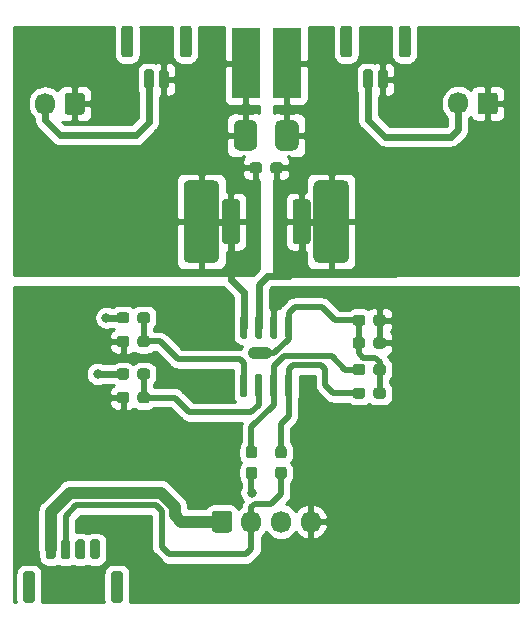
<source format=gbr>
%TF.GenerationSoftware,KiCad,Pcbnew,(5.1.7)-1*%
%TF.CreationDate,2020-12-07T14:23:08+09:00*%
%TF.ProjectId,CurrentMeasure,43757272-656e-4744-9d65-61737572652e,rev?*%
%TF.SameCoordinates,Original*%
%TF.FileFunction,Copper,L1,Top*%
%TF.FilePolarity,Positive*%
%FSLAX46Y46*%
G04 Gerber Fmt 4.6, Leading zero omitted, Abs format (unit mm)*
G04 Created by KiCad (PCBNEW (5.1.7)-1) date 2020-12-07 14:23:08*
%MOMM*%
%LPD*%
G01*
G04 APERTURE LIST*
%TA.AperFunction,ComponentPad*%
%ADD10O,1.700000X1.850000*%
%TD*%
%TA.AperFunction,SMDPad,CuDef*%
%ADD11R,2.400000X6.000000*%
%TD*%
%TA.AperFunction,ViaPad*%
%ADD12C,0.800000*%
%TD*%
%TA.AperFunction,Conductor*%
%ADD13C,0.600000*%
%TD*%
%TA.AperFunction,Conductor*%
%ADD14C,0.500000*%
%TD*%
%TA.AperFunction,Conductor*%
%ADD15C,1.000000*%
%TD*%
%TA.AperFunction,Conductor*%
%ADD16C,0.254000*%
%TD*%
%TA.AperFunction,Conductor*%
%ADD17C,0.100000*%
%TD*%
G04 APERTURE END LIST*
D10*
%TO.P,J3,4*%
%TO.N,GND*%
X565000000Y-82500000D03*
%TO.P,J3,3*%
%TO.N,Net-(J3-Pad3)*%
X562500000Y-82500000D03*
%TO.P,J3,2*%
%TO.N,Net-(J3-Pad2)*%
X560000000Y-82500000D03*
%TO.P,J3,1*%
%TO.N,VCC*%
%TA.AperFunction,ComponentPad*%
G36*
G01*
X556650000Y-83175000D02*
X556650000Y-81825000D01*
G75*
G02*
X556900000Y-81575000I250000J0D01*
G01*
X558100000Y-81575000D01*
G75*
G02*
X558350000Y-81825000I0J-250000D01*
G01*
X558350000Y-83175000D01*
G75*
G02*
X558100000Y-83425000I-250000J0D01*
G01*
X556900000Y-83425000D01*
G75*
G02*
X556650000Y-83175000I0J250000D01*
G01*
G37*
%TD.AperFunction*%
%TD*%
%TO.P,J1,MP*%
%TO.N,N/C*%
%TA.AperFunction,SMDPad,CuDef*%
G36*
G01*
X549975000Y-40750000D02*
X549975000Y-42950000D01*
G75*
G02*
X549725000Y-43200000I-250000J0D01*
G01*
X549225000Y-43200000D01*
G75*
G02*
X548975000Y-42950000I0J250000D01*
G01*
X548975000Y-40750000D01*
G75*
G02*
X549225000Y-40500000I250000J0D01*
G01*
X549725000Y-40500000D01*
G75*
G02*
X549975000Y-40750000I0J-250000D01*
G01*
G37*
%TD.AperFunction*%
%TA.AperFunction,SMDPad,CuDef*%
G36*
G01*
X554925000Y-40750000D02*
X554925000Y-42950000D01*
G75*
G02*
X554675000Y-43200000I-250000J0D01*
G01*
X554175000Y-43200000D01*
G75*
G02*
X553925000Y-42950000I0J250000D01*
G01*
X553925000Y-40750000D01*
G75*
G02*
X554175000Y-40500000I250000J0D01*
G01*
X554675000Y-40500000D01*
G75*
G02*
X554925000Y-40750000I0J-250000D01*
G01*
G37*
%TD.AperFunction*%
%TO.P,J1,2*%
%TO.N,GND*%
%TA.AperFunction,ComponentPad*%
G36*
G01*
X551735000Y-44405000D02*
X551735000Y-45695000D01*
G75*
G02*
X551530000Y-45900000I-205000J0D01*
G01*
X551120000Y-45900000D01*
G75*
G02*
X550915000Y-45695000I0J205000D01*
G01*
X550915000Y-44405000D01*
G75*
G02*
X551120000Y-44200000I205000J0D01*
G01*
X551530000Y-44200000D01*
G75*
G02*
X551735000Y-44405000I0J-205000D01*
G01*
G37*
%TD.AperFunction*%
%TO.P,J1,1*%
%TO.N,/VIN*%
%TA.AperFunction,ComponentPad*%
G36*
G01*
X552985000Y-44405000D02*
X552985000Y-45695000D01*
G75*
G02*
X552780000Y-45900000I-205000J0D01*
G01*
X552370000Y-45900000D01*
G75*
G02*
X552165000Y-45695000I0J205000D01*
G01*
X552165000Y-44405000D01*
G75*
G02*
X552370000Y-44200000I205000J0D01*
G01*
X552780000Y-44200000D01*
G75*
G02*
X552985000Y-44405000I0J-205000D01*
G01*
G37*
%TD.AperFunction*%
%TD*%
%TO.P,J6,MP*%
%TO.N,N/C*%
%TA.AperFunction,SMDPad,CuDef*%
G36*
G01*
X568525000Y-40750000D02*
X568525000Y-42950000D01*
G75*
G02*
X568275000Y-43200000I-250000J0D01*
G01*
X567775000Y-43200000D01*
G75*
G02*
X567525000Y-42950000I0J250000D01*
G01*
X567525000Y-40750000D01*
G75*
G02*
X567775000Y-40500000I250000J0D01*
G01*
X568275000Y-40500000D01*
G75*
G02*
X568525000Y-40750000I0J-250000D01*
G01*
G37*
%TD.AperFunction*%
%TA.AperFunction,SMDPad,CuDef*%
G36*
G01*
X573475000Y-40750000D02*
X573475000Y-42950000D01*
G75*
G02*
X573225000Y-43200000I-250000J0D01*
G01*
X572725000Y-43200000D01*
G75*
G02*
X572475000Y-42950000I0J250000D01*
G01*
X572475000Y-40750000D01*
G75*
G02*
X572725000Y-40500000I250000J0D01*
G01*
X573225000Y-40500000D01*
G75*
G02*
X573475000Y-40750000I0J-250000D01*
G01*
G37*
%TD.AperFunction*%
%TO.P,J6,2*%
%TO.N,GND*%
%TA.AperFunction,ComponentPad*%
G36*
G01*
X570285000Y-44405000D02*
X570285000Y-45695000D01*
G75*
G02*
X570080000Y-45900000I-205000J0D01*
G01*
X569670000Y-45900000D01*
G75*
G02*
X569465000Y-45695000I0J205000D01*
G01*
X569465000Y-44405000D01*
G75*
G02*
X569670000Y-44200000I205000J0D01*
G01*
X570080000Y-44200000D01*
G75*
G02*
X570285000Y-44405000I0J-205000D01*
G01*
G37*
%TD.AperFunction*%
%TO.P,J6,1*%
%TO.N,/VOUT*%
%TA.AperFunction,ComponentPad*%
G36*
G01*
X571535000Y-44405000D02*
X571535000Y-45695000D01*
G75*
G02*
X571330000Y-45900000I-205000J0D01*
G01*
X570920000Y-45900000D01*
G75*
G02*
X570715000Y-45695000I0J205000D01*
G01*
X570715000Y-44405000D01*
G75*
G02*
X570920000Y-44200000I205000J0D01*
G01*
X571330000Y-44200000D01*
G75*
G02*
X571535000Y-44405000I0J-205000D01*
G01*
G37*
%TD.AperFunction*%
%TD*%
%TO.P,J7,MP*%
%TO.N,N/C*%
%TA.AperFunction,SMDPad,CuDef*%
G36*
G01*
X548105000Y-89150000D02*
X548105000Y-86950000D01*
G75*
G02*
X548355000Y-86700000I250000J0D01*
G01*
X548855000Y-86700000D01*
G75*
G02*
X549105000Y-86950000I0J-250000D01*
G01*
X549105000Y-89150000D01*
G75*
G02*
X548855000Y-89400000I-250000J0D01*
G01*
X548355000Y-89400000D01*
G75*
G02*
X548105000Y-89150000I0J250000D01*
G01*
G37*
%TD.AperFunction*%
%TA.AperFunction,SMDPad,CuDef*%
G36*
G01*
X540655000Y-89150000D02*
X540655000Y-86950000D01*
G75*
G02*
X540905000Y-86700000I250000J0D01*
G01*
X541405000Y-86700000D01*
G75*
G02*
X541655000Y-86950000I0J-250000D01*
G01*
X541655000Y-89150000D01*
G75*
G02*
X541405000Y-89400000I-250000J0D01*
G01*
X540905000Y-89400000D01*
G75*
G02*
X540655000Y-89150000I0J250000D01*
G01*
G37*
%TD.AperFunction*%
%TO.P,J7,4*%
%TO.N,Net-(J7-Pad4)*%
%TA.AperFunction,ComponentPad*%
G36*
G01*
X546345000Y-85495000D02*
X546345000Y-84205000D01*
G75*
G02*
X546550000Y-84000000I205000J0D01*
G01*
X546960000Y-84000000D01*
G75*
G02*
X547165000Y-84205000I0J-205000D01*
G01*
X547165000Y-85495000D01*
G75*
G02*
X546960000Y-85700000I-205000J0D01*
G01*
X546550000Y-85700000D01*
G75*
G02*
X546345000Y-85495000I0J205000D01*
G01*
G37*
%TD.AperFunction*%
%TO.P,J7,3*%
%TO.N,Net-(J3-Pad3)*%
%TA.AperFunction,ComponentPad*%
G36*
G01*
X545095000Y-85495000D02*
X545095000Y-84205000D01*
G75*
G02*
X545300000Y-84000000I205000J0D01*
G01*
X545710000Y-84000000D01*
G75*
G02*
X545915000Y-84205000I0J-205000D01*
G01*
X545915000Y-85495000D01*
G75*
G02*
X545710000Y-85700000I-205000J0D01*
G01*
X545300000Y-85700000D01*
G75*
G02*
X545095000Y-85495000I0J205000D01*
G01*
G37*
%TD.AperFunction*%
%TO.P,J7,2*%
%TO.N,Net-(J3-Pad2)*%
%TA.AperFunction,ComponentPad*%
G36*
G01*
X543845000Y-85495000D02*
X543845000Y-84205000D01*
G75*
G02*
X544050000Y-84000000I205000J0D01*
G01*
X544460000Y-84000000D01*
G75*
G02*
X544665000Y-84205000I0J-205000D01*
G01*
X544665000Y-85495000D01*
G75*
G02*
X544460000Y-85700000I-205000J0D01*
G01*
X544050000Y-85700000D01*
G75*
G02*
X543845000Y-85495000I0J205000D01*
G01*
G37*
%TD.AperFunction*%
%TO.P,J7,1*%
%TO.N,VCC*%
%TA.AperFunction,ComponentPad*%
G36*
G01*
X542595000Y-85495000D02*
X542595000Y-84205000D01*
G75*
G02*
X542800000Y-84000000I205000J0D01*
G01*
X543210000Y-84000000D01*
G75*
G02*
X543415000Y-84205000I0J-205000D01*
G01*
X543415000Y-85495000D01*
G75*
G02*
X543210000Y-85700000I-205000J0D01*
G01*
X542800000Y-85700000D01*
G75*
G02*
X542595000Y-85495000I0J205000D01*
G01*
G37*
%TD.AperFunction*%
%TD*%
%TO.P,J4,2*%
%TO.N,/VIN*%
%TA.AperFunction,ComponentPad*%
G36*
G01*
X560500000Y-49000000D02*
X560500000Y-50600000D01*
G75*
G02*
X560000000Y-51100000I-500000J0D01*
G01*
X559000000Y-51100000D01*
G75*
G02*
X558500000Y-50600000I0J500000D01*
G01*
X558500000Y-49000000D01*
G75*
G02*
X559000000Y-48500000I500000J0D01*
G01*
X560000000Y-48500000D01*
G75*
G02*
X560500000Y-49000000I0J-500000D01*
G01*
G37*
%TD.AperFunction*%
%TO.P,J4,1*%
%TO.N,/VOUT*%
%TA.AperFunction,ComponentPad*%
G36*
G01*
X564000000Y-49000000D02*
X564000000Y-50600000D01*
G75*
G02*
X563500000Y-51100000I-500000J0D01*
G01*
X562500000Y-51100000D01*
G75*
G02*
X562000000Y-50600000I0J500000D01*
G01*
X562000000Y-49000000D01*
G75*
G02*
X562500000Y-48500000I500000J0D01*
G01*
X563500000Y-48500000D01*
G75*
G02*
X564000000Y-49000000I0J-500000D01*
G01*
G37*
%TD.AperFunction*%
D11*
X563000000Y-43700000D03*
%TO.P,J4,2*%
%TO.N,/VIN*%
X559500000Y-43700000D03*
%TD*%
%TO.P,C3,2*%
%TO.N,/VOUT*%
%TA.AperFunction,SMDPad,CuDef*%
G36*
G01*
X561600000Y-52787500D02*
X561600000Y-52312500D01*
G75*
G02*
X561837500Y-52075000I237500J0D01*
G01*
X562412500Y-52075000D01*
G75*
G02*
X562650000Y-52312500I0J-237500D01*
G01*
X562650000Y-52787500D01*
G75*
G02*
X562412500Y-53025000I-237500J0D01*
G01*
X561837500Y-53025000D01*
G75*
G02*
X561600000Y-52787500I0J237500D01*
G01*
G37*
%TD.AperFunction*%
%TO.P,C3,1*%
%TO.N,/VIN*%
%TA.AperFunction,SMDPad,CuDef*%
G36*
G01*
X559850000Y-52787500D02*
X559850000Y-52312500D01*
G75*
G02*
X560087500Y-52075000I237500J0D01*
G01*
X560662500Y-52075000D01*
G75*
G02*
X560900000Y-52312500I0J-237500D01*
G01*
X560900000Y-52787500D01*
G75*
G02*
X560662500Y-53025000I-237500J0D01*
G01*
X560087500Y-53025000D01*
G75*
G02*
X559850000Y-52787500I0J237500D01*
G01*
G37*
%TD.AperFunction*%
%TD*%
%TO.P,R5,2*%
%TO.N,/VOUT*%
%TA.AperFunction,SMDPad,CuDef*%
G36*
G01*
X563475000Y-58749900D02*
X563475000Y-55450100D01*
G75*
G02*
X563725100Y-55200000I250100J0D01*
G01*
X564749900Y-55200000D01*
G75*
G02*
X565000000Y-55450100I0J-250100D01*
G01*
X565000000Y-58749900D01*
G75*
G02*
X564749900Y-59000000I-250100J0D01*
G01*
X563725100Y-59000000D01*
G75*
G02*
X563475000Y-58749900I0J250100D01*
G01*
G37*
%TD.AperFunction*%
%TO.P,R5,1*%
%TO.N,/VIN*%
%TA.AperFunction,SMDPad,CuDef*%
G36*
G01*
X557500000Y-58749900D02*
X557500000Y-55450100D01*
G75*
G02*
X557750100Y-55200000I250100J0D01*
G01*
X558774900Y-55200000D01*
G75*
G02*
X559025000Y-55450100I0J-250100D01*
G01*
X559025000Y-58749900D01*
G75*
G02*
X558774900Y-59000000I-250100J0D01*
G01*
X557750100Y-59000000D01*
G75*
G02*
X557500000Y-58749900I0J250100D01*
G01*
G37*
%TD.AperFunction*%
%TD*%
%TO.P,R10,2*%
%TO.N,/VOUT*%
%TA.AperFunction,SMDPad,CuDef*%
G36*
G01*
X565250000Y-60144000D02*
X565250000Y-54056000D01*
G75*
G02*
X565706000Y-53600000I456000J0D01*
G01*
X567794000Y-53600000D01*
G75*
G02*
X568250000Y-54056000I0J-456000D01*
G01*
X568250000Y-60144000D01*
G75*
G02*
X567794000Y-60600000I-456000J0D01*
G01*
X565706000Y-60600000D01*
G75*
G02*
X565250000Y-60144000I0J456000D01*
G01*
G37*
%TD.AperFunction*%
%TO.P,R10,1*%
%TO.N,/VIN*%
%TA.AperFunction,SMDPad,CuDef*%
G36*
G01*
X554250000Y-60144000D02*
X554250000Y-54056000D01*
G75*
G02*
X554706000Y-53600000I456000J0D01*
G01*
X556794000Y-53600000D01*
G75*
G02*
X557250000Y-54056000I0J-456000D01*
G01*
X557250000Y-60144000D01*
G75*
G02*
X556794000Y-60600000I-456000J0D01*
G01*
X554706000Y-60600000D01*
G75*
G02*
X554250000Y-60144000I0J456000D01*
G01*
G37*
%TD.AperFunction*%
%TD*%
%TO.P,C2,2*%
%TO.N,GND*%
%TA.AperFunction,SMDPad,CuDef*%
G36*
G01*
X570325000Y-65687500D02*
X570325000Y-65212500D01*
G75*
G02*
X570562500Y-64975000I237500J0D01*
G01*
X571137500Y-64975000D01*
G75*
G02*
X571375000Y-65212500I0J-237500D01*
G01*
X571375000Y-65687500D01*
G75*
G02*
X571137500Y-65925000I-237500J0D01*
G01*
X570562500Y-65925000D01*
G75*
G02*
X570325000Y-65687500I0J237500D01*
G01*
G37*
%TD.AperFunction*%
%TO.P,C2,1*%
%TO.N,VCC*%
%TA.AperFunction,SMDPad,CuDef*%
G36*
G01*
X568575000Y-65687500D02*
X568575000Y-65212500D01*
G75*
G02*
X568812500Y-64975000I237500J0D01*
G01*
X569387500Y-64975000D01*
G75*
G02*
X569625000Y-65212500I0J-237500D01*
G01*
X569625000Y-65687500D01*
G75*
G02*
X569387500Y-65925000I-237500J0D01*
G01*
X568812500Y-65925000D01*
G75*
G02*
X568575000Y-65687500I0J237500D01*
G01*
G37*
%TD.AperFunction*%
%TD*%
%TO.P,R2,2*%
%TO.N,Net-(R2-Pad2)*%
%TA.AperFunction,SMDPad,CuDef*%
G36*
G01*
X569625000Y-71387500D02*
X569625000Y-71862500D01*
G75*
G02*
X569387500Y-72100000I-237500J0D01*
G01*
X568812500Y-72100000D01*
G75*
G02*
X568575000Y-71862500I0J237500D01*
G01*
X568575000Y-71387500D01*
G75*
G02*
X568812500Y-71150000I237500J0D01*
G01*
X569387500Y-71150000D01*
G75*
G02*
X569625000Y-71387500I0J-237500D01*
G01*
G37*
%TD.AperFunction*%
%TO.P,R2,1*%
%TO.N,VCC*%
%TA.AperFunction,SMDPad,CuDef*%
G36*
G01*
X571375000Y-71387500D02*
X571375000Y-71862500D01*
G75*
G02*
X571137500Y-72100000I-237500J0D01*
G01*
X570562500Y-72100000D01*
G75*
G02*
X570325000Y-71862500I0J237500D01*
G01*
X570325000Y-71387500D01*
G75*
G02*
X570562500Y-71150000I237500J0D01*
G01*
X571137500Y-71150000D01*
G75*
G02*
X571375000Y-71387500I0J-237500D01*
G01*
G37*
%TD.AperFunction*%
%TD*%
%TO.P,U1,8*%
%TO.N,/VIN*%
%TA.AperFunction,SMDPad,CuDef*%
G36*
G01*
X559495000Y-67000000D02*
X559195000Y-67000000D01*
G75*
G02*
X559045000Y-66850000I0J150000D01*
G01*
X559045000Y-65200000D01*
G75*
G02*
X559195000Y-65050000I150000J0D01*
G01*
X559495000Y-65050000D01*
G75*
G02*
X559645000Y-65200000I0J-150000D01*
G01*
X559645000Y-66850000D01*
G75*
G02*
X559495000Y-67000000I-150000J0D01*
G01*
G37*
%TD.AperFunction*%
%TO.P,U1,7*%
%TO.N,/VOUT*%
%TA.AperFunction,SMDPad,CuDef*%
G36*
G01*
X560765000Y-67000000D02*
X560465000Y-67000000D01*
G75*
G02*
X560315000Y-66850000I0J150000D01*
G01*
X560315000Y-65200000D01*
G75*
G02*
X560465000Y-65050000I150000J0D01*
G01*
X560765000Y-65050000D01*
G75*
G02*
X560915000Y-65200000I0J-150000D01*
G01*
X560915000Y-66850000D01*
G75*
G02*
X560765000Y-67000000I-150000J0D01*
G01*
G37*
%TD.AperFunction*%
%TO.P,U1,6*%
%TO.N,GND*%
%TA.AperFunction,SMDPad,CuDef*%
G36*
G01*
X562035000Y-67000000D02*
X561735000Y-67000000D01*
G75*
G02*
X561585000Y-66850000I0J150000D01*
G01*
X561585000Y-65200000D01*
G75*
G02*
X561735000Y-65050000I150000J0D01*
G01*
X562035000Y-65050000D01*
G75*
G02*
X562185000Y-65200000I0J-150000D01*
G01*
X562185000Y-66850000D01*
G75*
G02*
X562035000Y-67000000I-150000J0D01*
G01*
G37*
%TD.AperFunction*%
%TO.P,U1,5*%
%TO.N,VCC*%
%TA.AperFunction,SMDPad,CuDef*%
G36*
G01*
X563305000Y-67000000D02*
X563005000Y-67000000D01*
G75*
G02*
X562855000Y-66850000I0J150000D01*
G01*
X562855000Y-65200000D01*
G75*
G02*
X563005000Y-65050000I150000J0D01*
G01*
X563305000Y-65050000D01*
G75*
G02*
X563455000Y-65200000I0J-150000D01*
G01*
X563455000Y-66850000D01*
G75*
G02*
X563305000Y-67000000I-150000J0D01*
G01*
G37*
%TD.AperFunction*%
%TO.P,U1,4*%
%TO.N,Net-(R2-Pad2)*%
%TA.AperFunction,SMDPad,CuDef*%
G36*
G01*
X563305000Y-71950000D02*
X563005000Y-71950000D01*
G75*
G02*
X562855000Y-71800000I0J150000D01*
G01*
X562855000Y-70150000D01*
G75*
G02*
X563005000Y-70000000I150000J0D01*
G01*
X563305000Y-70000000D01*
G75*
G02*
X563455000Y-70150000I0J-150000D01*
G01*
X563455000Y-71800000D01*
G75*
G02*
X563305000Y-71950000I-150000J0D01*
G01*
G37*
%TD.AperFunction*%
%TO.P,U1,3*%
%TO.N,Net-(R1-Pad2)*%
%TA.AperFunction,SMDPad,CuDef*%
G36*
G01*
X562035000Y-71950000D02*
X561735000Y-71950000D01*
G75*
G02*
X561585000Y-71800000I0J150000D01*
G01*
X561585000Y-70150000D01*
G75*
G02*
X561735000Y-70000000I150000J0D01*
G01*
X562035000Y-70000000D01*
G75*
G02*
X562185000Y-70150000I0J-150000D01*
G01*
X562185000Y-71800000D01*
G75*
G02*
X562035000Y-71950000I-150000J0D01*
G01*
G37*
%TD.AperFunction*%
%TO.P,U1,2*%
%TO.N,Net-(R8-Pad1)*%
%TA.AperFunction,SMDPad,CuDef*%
G36*
G01*
X560765000Y-71950000D02*
X560465000Y-71950000D01*
G75*
G02*
X560315000Y-71800000I0J150000D01*
G01*
X560315000Y-70150000D01*
G75*
G02*
X560465000Y-70000000I150000J0D01*
G01*
X560765000Y-70000000D01*
G75*
G02*
X560915000Y-70150000I0J-150000D01*
G01*
X560915000Y-71800000D01*
G75*
G02*
X560765000Y-71950000I-150000J0D01*
G01*
G37*
%TD.AperFunction*%
%TO.P,U1,1*%
%TO.N,Net-(R6-Pad1)*%
%TA.AperFunction,SMDPad,CuDef*%
G36*
G01*
X559495000Y-71950000D02*
X559195000Y-71950000D01*
G75*
G02*
X559045000Y-71800000I0J150000D01*
G01*
X559045000Y-70150000D01*
G75*
G02*
X559195000Y-70000000I150000J0D01*
G01*
X559495000Y-70000000D01*
G75*
G02*
X559645000Y-70150000I0J-150000D01*
G01*
X559645000Y-71800000D01*
G75*
G02*
X559495000Y-71950000I-150000J0D01*
G01*
G37*
%TD.AperFunction*%
%TD*%
%TO.P,R9,2*%
%TO.N,GND*%
%TA.AperFunction,SMDPad,CuDef*%
G36*
G01*
X549650000Y-71762500D02*
X549650000Y-72237500D01*
G75*
G02*
X549412500Y-72475000I-237500J0D01*
G01*
X548837500Y-72475000D01*
G75*
G02*
X548600000Y-72237500I0J237500D01*
G01*
X548600000Y-71762500D01*
G75*
G02*
X548837500Y-71525000I237500J0D01*
G01*
X549412500Y-71525000D01*
G75*
G02*
X549650000Y-71762500I0J-237500D01*
G01*
G37*
%TD.AperFunction*%
%TO.P,R9,1*%
%TO.N,Net-(R8-Pad1)*%
%TA.AperFunction,SMDPad,CuDef*%
G36*
G01*
X551400000Y-71762500D02*
X551400000Y-72237500D01*
G75*
G02*
X551162500Y-72475000I-237500J0D01*
G01*
X550587500Y-72475000D01*
G75*
G02*
X550350000Y-72237500I0J237500D01*
G01*
X550350000Y-71762500D01*
G75*
G02*
X550587500Y-71525000I237500J0D01*
G01*
X551162500Y-71525000D01*
G75*
G02*
X551400000Y-71762500I0J-237500D01*
G01*
G37*
%TD.AperFunction*%
%TD*%
%TO.P,R8,2*%
%TO.N,VCC*%
%TA.AperFunction,SMDPad,CuDef*%
G36*
G01*
X549650000Y-69762500D02*
X549650000Y-70237500D01*
G75*
G02*
X549412500Y-70475000I-237500J0D01*
G01*
X548837500Y-70475000D01*
G75*
G02*
X548600000Y-70237500I0J237500D01*
G01*
X548600000Y-69762500D01*
G75*
G02*
X548837500Y-69525000I237500J0D01*
G01*
X549412500Y-69525000D01*
G75*
G02*
X549650000Y-69762500I0J-237500D01*
G01*
G37*
%TD.AperFunction*%
%TO.P,R8,1*%
%TO.N,Net-(R8-Pad1)*%
%TA.AperFunction,SMDPad,CuDef*%
G36*
G01*
X551400000Y-69762500D02*
X551400000Y-70237500D01*
G75*
G02*
X551162500Y-70475000I-237500J0D01*
G01*
X550587500Y-70475000D01*
G75*
G02*
X550350000Y-70237500I0J237500D01*
G01*
X550350000Y-69762500D01*
G75*
G02*
X550587500Y-69525000I237500J0D01*
G01*
X551162500Y-69525000D01*
G75*
G02*
X551400000Y-69762500I0J-237500D01*
G01*
G37*
%TD.AperFunction*%
%TD*%
%TO.P,R7,2*%
%TO.N,GND*%
%TA.AperFunction,SMDPad,CuDef*%
G36*
G01*
X549650000Y-67012500D02*
X549650000Y-67487500D01*
G75*
G02*
X549412500Y-67725000I-237500J0D01*
G01*
X548837500Y-67725000D01*
G75*
G02*
X548600000Y-67487500I0J237500D01*
G01*
X548600000Y-67012500D01*
G75*
G02*
X548837500Y-66775000I237500J0D01*
G01*
X549412500Y-66775000D01*
G75*
G02*
X549650000Y-67012500I0J-237500D01*
G01*
G37*
%TD.AperFunction*%
%TO.P,R7,1*%
%TO.N,Net-(R6-Pad1)*%
%TA.AperFunction,SMDPad,CuDef*%
G36*
G01*
X551400000Y-67012500D02*
X551400000Y-67487500D01*
G75*
G02*
X551162500Y-67725000I-237500J0D01*
G01*
X550587500Y-67725000D01*
G75*
G02*
X550350000Y-67487500I0J237500D01*
G01*
X550350000Y-67012500D01*
G75*
G02*
X550587500Y-66775000I237500J0D01*
G01*
X551162500Y-66775000D01*
G75*
G02*
X551400000Y-67012500I0J-237500D01*
G01*
G37*
%TD.AperFunction*%
%TD*%
%TO.P,R6,2*%
%TO.N,VCC*%
%TA.AperFunction,SMDPad,CuDef*%
G36*
G01*
X549650000Y-65012500D02*
X549650000Y-65487500D01*
G75*
G02*
X549412500Y-65725000I-237500J0D01*
G01*
X548837500Y-65725000D01*
G75*
G02*
X548600000Y-65487500I0J237500D01*
G01*
X548600000Y-65012500D01*
G75*
G02*
X548837500Y-64775000I237500J0D01*
G01*
X549412500Y-64775000D01*
G75*
G02*
X549650000Y-65012500I0J-237500D01*
G01*
G37*
%TD.AperFunction*%
%TO.P,R6,1*%
%TO.N,Net-(R6-Pad1)*%
%TA.AperFunction,SMDPad,CuDef*%
G36*
G01*
X551400000Y-65012500D02*
X551400000Y-65487500D01*
G75*
G02*
X551162500Y-65725000I-237500J0D01*
G01*
X550587500Y-65725000D01*
G75*
G02*
X550350000Y-65487500I0J237500D01*
G01*
X550350000Y-65012500D01*
G75*
G02*
X550587500Y-64775000I237500J0D01*
G01*
X551162500Y-64775000D01*
G75*
G02*
X551400000Y-65012500I0J-237500D01*
G01*
G37*
%TD.AperFunction*%
%TD*%
%TO.P,R4,2*%
%TO.N,Net-(R2-Pad2)*%
%TA.AperFunction,SMDPad,CuDef*%
G36*
G01*
X562737500Y-77150000D02*
X562262500Y-77150000D01*
G75*
G02*
X562025000Y-76912500I0J237500D01*
G01*
X562025000Y-76337500D01*
G75*
G02*
X562262500Y-76100000I237500J0D01*
G01*
X562737500Y-76100000D01*
G75*
G02*
X562975000Y-76337500I0J-237500D01*
G01*
X562975000Y-76912500D01*
G75*
G02*
X562737500Y-77150000I-237500J0D01*
G01*
G37*
%TD.AperFunction*%
%TO.P,R4,1*%
%TO.N,Net-(J3-Pad2)*%
%TA.AperFunction,SMDPad,CuDef*%
G36*
G01*
X562737500Y-78900000D02*
X562262500Y-78900000D01*
G75*
G02*
X562025000Y-78662500I0J237500D01*
G01*
X562025000Y-78087500D01*
G75*
G02*
X562262500Y-77850000I237500J0D01*
G01*
X562737500Y-77850000D01*
G75*
G02*
X562975000Y-78087500I0J-237500D01*
G01*
X562975000Y-78662500D01*
G75*
G02*
X562737500Y-78900000I-237500J0D01*
G01*
G37*
%TD.AperFunction*%
%TD*%
%TO.P,R3,2*%
%TO.N,Net-(R1-Pad2)*%
%TA.AperFunction,SMDPad,CuDef*%
G36*
G01*
X560237500Y-77150000D02*
X559762500Y-77150000D01*
G75*
G02*
X559525000Y-76912500I0J237500D01*
G01*
X559525000Y-76337500D01*
G75*
G02*
X559762500Y-76100000I237500J0D01*
G01*
X560237500Y-76100000D01*
G75*
G02*
X560475000Y-76337500I0J-237500D01*
G01*
X560475000Y-76912500D01*
G75*
G02*
X560237500Y-77150000I-237500J0D01*
G01*
G37*
%TD.AperFunction*%
%TO.P,R3,1*%
%TO.N,Net-(J3-Pad3)*%
%TA.AperFunction,SMDPad,CuDef*%
G36*
G01*
X560237500Y-78900000D02*
X559762500Y-78900000D01*
G75*
G02*
X559525000Y-78662500I0J237500D01*
G01*
X559525000Y-78087500D01*
G75*
G02*
X559762500Y-77850000I237500J0D01*
G01*
X560237500Y-77850000D01*
G75*
G02*
X560475000Y-78087500I0J-237500D01*
G01*
X560475000Y-78662500D01*
G75*
G02*
X560237500Y-78900000I-237500J0D01*
G01*
G37*
%TD.AperFunction*%
%TD*%
%TO.P,R1,2*%
%TO.N,Net-(R1-Pad2)*%
%TA.AperFunction,SMDPad,CuDef*%
G36*
G01*
X569625000Y-69387500D02*
X569625000Y-69862500D01*
G75*
G02*
X569387500Y-70100000I-237500J0D01*
G01*
X568812500Y-70100000D01*
G75*
G02*
X568575000Y-69862500I0J237500D01*
G01*
X568575000Y-69387500D01*
G75*
G02*
X568812500Y-69150000I237500J0D01*
G01*
X569387500Y-69150000D01*
G75*
G02*
X569625000Y-69387500I0J-237500D01*
G01*
G37*
%TD.AperFunction*%
%TO.P,R1,1*%
%TO.N,VCC*%
%TA.AperFunction,SMDPad,CuDef*%
G36*
G01*
X571375000Y-69387500D02*
X571375000Y-69862500D01*
G75*
G02*
X571137500Y-70100000I-237500J0D01*
G01*
X570562500Y-70100000D01*
G75*
G02*
X570325000Y-69862500I0J237500D01*
G01*
X570325000Y-69387500D01*
G75*
G02*
X570562500Y-69150000I237500J0D01*
G01*
X571137500Y-69150000D01*
G75*
G02*
X571375000Y-69387500I0J-237500D01*
G01*
G37*
%TD.AperFunction*%
%TD*%
D10*
%TO.P,J5,2*%
%TO.N,GND*%
X577500000Y-47100000D03*
%TO.P,J5,1*%
%TO.N,/VOUT*%
%TA.AperFunction,ComponentPad*%
G36*
G01*
X580850000Y-46425000D02*
X580850000Y-47775000D01*
G75*
G02*
X580600000Y-48025000I-250000J0D01*
G01*
X579400000Y-48025000D01*
G75*
G02*
X579150000Y-47775000I0J250000D01*
G01*
X579150000Y-46425000D01*
G75*
G02*
X579400000Y-46175000I250000J0D01*
G01*
X580600000Y-46175000D01*
G75*
G02*
X580850000Y-46425000I0J-250000D01*
G01*
G37*
%TD.AperFunction*%
%TD*%
%TO.P,J2,2*%
%TO.N,GND*%
X542525000Y-47125000D03*
%TO.P,J2,1*%
%TO.N,/VIN*%
%TA.AperFunction,ComponentPad*%
G36*
G01*
X545875000Y-46450000D02*
X545875000Y-47800000D01*
G75*
G02*
X545625000Y-48050000I-250000J0D01*
G01*
X544425000Y-48050000D01*
G75*
G02*
X544175000Y-47800000I0J250000D01*
G01*
X544175000Y-46450000D01*
G75*
G02*
X544425000Y-46200000I250000J0D01*
G01*
X545625000Y-46200000D01*
G75*
G02*
X545875000Y-46450000I0J-250000D01*
G01*
G37*
%TD.AperFunction*%
%TD*%
%TO.P,C1,2*%
%TO.N,GND*%
%TA.AperFunction,SMDPad,CuDef*%
G36*
G01*
X570325000Y-67612500D02*
X570325000Y-67137500D01*
G75*
G02*
X570562500Y-66900000I237500J0D01*
G01*
X571137500Y-66900000D01*
G75*
G02*
X571375000Y-67137500I0J-237500D01*
G01*
X571375000Y-67612500D01*
G75*
G02*
X571137500Y-67850000I-237500J0D01*
G01*
X570562500Y-67850000D01*
G75*
G02*
X570325000Y-67612500I0J237500D01*
G01*
G37*
%TD.AperFunction*%
%TO.P,C1,1*%
%TO.N,VCC*%
%TA.AperFunction,SMDPad,CuDef*%
G36*
G01*
X568575000Y-67612500D02*
X568575000Y-67137500D01*
G75*
G02*
X568812500Y-66900000I237500J0D01*
G01*
X569387500Y-66900000D01*
G75*
G02*
X569625000Y-67137500I0J-237500D01*
G01*
X569625000Y-67612500D01*
G75*
G02*
X569387500Y-67850000I-237500J0D01*
G01*
X568812500Y-67850000D01*
G75*
G02*
X568575000Y-67612500I0J237500D01*
G01*
G37*
%TD.AperFunction*%
%TD*%
D12*
%TO.N,VCC*%
X560180000Y-68250000D03*
X547000000Y-70000000D03*
X547720000Y-65240000D03*
%TO.N,Net-(J3-Pad3)*%
X560010000Y-80040000D03*
%TD*%
D13*
%TO.N,GND*%
X571300000Y-49900000D02*
X576900000Y-49900000D01*
X576900000Y-49900000D02*
X577500000Y-49300000D01*
X542500000Y-47200000D02*
X542500000Y-48500000D01*
X542500000Y-48500000D02*
X543800000Y-49800000D01*
X543800000Y-49800000D02*
X550200000Y-49800000D01*
X569875000Y-48475000D02*
X571300000Y-49900000D01*
X569875000Y-45050000D02*
X569875000Y-48475000D01*
X577500000Y-47100000D02*
X577500000Y-49300000D01*
X551325000Y-48675000D02*
X550200000Y-49800000D01*
X551325000Y-45050000D02*
X551325000Y-48675000D01*
D14*
%TO.N,VCC*%
X563155000Y-66025000D02*
X563155000Y-67000000D01*
X563155000Y-67000000D02*
X561905000Y-68250000D01*
X570850000Y-71625000D02*
X570850000Y-69625000D01*
X570850000Y-69000000D02*
X570850000Y-69625000D01*
X570475000Y-68625000D02*
X570850000Y-69000000D01*
X569100000Y-67375000D02*
X569100000Y-68250000D01*
X569475000Y-68625000D02*
X570475000Y-68625000D01*
X569100000Y-68250000D02*
X569475000Y-68625000D01*
X569100000Y-65450000D02*
X569100000Y-67375000D01*
D13*
X547000000Y-70000000D02*
X549125000Y-70000000D01*
X549115000Y-65240000D02*
X549125000Y-65250000D01*
X547720000Y-65240000D02*
X549115000Y-65240000D01*
D15*
X543005000Y-81665000D02*
X543005000Y-84850000D01*
X544620000Y-80050000D02*
X543005000Y-81665000D01*
X557500000Y-82500000D02*
X554050000Y-82500000D01*
X554050000Y-82500000D02*
X553510000Y-81960000D01*
X553510000Y-81240000D02*
X552320000Y-80050000D01*
X553510000Y-81960000D02*
X553510000Y-81240000D01*
X552320000Y-80050000D02*
X544620000Y-80050000D01*
X560180000Y-68250000D02*
X561200000Y-68250000D01*
D14*
X561200000Y-68250000D02*
X561905000Y-68250000D01*
X563155000Y-66025000D02*
X563155000Y-64815000D01*
X563155000Y-64815000D02*
X563650000Y-64320000D01*
X565970000Y-64320000D02*
X567100000Y-65450000D01*
X563650000Y-64320000D02*
X565970000Y-64320000D01*
X569100000Y-65450000D02*
X567100000Y-65450000D01*
%TO.N,Net-(J3-Pad3)*%
X560000000Y-80030000D02*
X560010000Y-80040000D01*
X560000000Y-78375000D02*
X560000000Y-80030000D01*
%TO.N,Net-(J3-Pad2)*%
X562500000Y-78375000D02*
X562500000Y-80160000D01*
X562500000Y-80160000D02*
X561650000Y-81010000D01*
X561650000Y-81010000D02*
X560270000Y-81010000D01*
X560000000Y-81280000D02*
X560000000Y-82500000D01*
X560270000Y-81010000D02*
X560000000Y-81280000D01*
X544255000Y-84850000D02*
X544255000Y-82025000D01*
X545180000Y-81100000D02*
X551880000Y-81100000D01*
X544255000Y-82025000D02*
X545180000Y-81100000D01*
X552390000Y-81610000D02*
X552390000Y-84620000D01*
X551880000Y-81100000D02*
X552390000Y-81610000D01*
X560000000Y-84800000D02*
X559530000Y-85270000D01*
X560000000Y-82500000D02*
X560000000Y-84800000D01*
X553040000Y-85270000D02*
X552390000Y-84620000D01*
X559530000Y-85270000D02*
X553040000Y-85270000D01*
%TO.N,Net-(R1-Pad2)*%
X561885000Y-70975000D02*
X561885000Y-72615000D01*
X560000000Y-74500000D02*
X560000000Y-76625000D01*
X561885000Y-72615000D02*
X560000000Y-74500000D01*
X561885000Y-69365000D02*
X562750000Y-68500000D01*
X561885000Y-70975000D02*
X561885000Y-69365000D01*
X569100000Y-69625000D02*
X567950000Y-69625000D01*
X566825000Y-68500000D02*
X562750000Y-68500000D01*
X567950000Y-69625000D02*
X566825000Y-68500000D01*
%TO.N,Net-(R2-Pad2)*%
X563155000Y-70975000D02*
X563155000Y-73595000D01*
X562500000Y-74250000D02*
X562500000Y-76625000D01*
X563155000Y-73595000D02*
X562500000Y-74250000D01*
X563155000Y-70975000D02*
X563155000Y-69595000D01*
X563155000Y-69595000D02*
X563500000Y-69250000D01*
X569100000Y-71625000D02*
X566900000Y-71625000D01*
X566900000Y-71625000D02*
X566250000Y-70975000D01*
X566250000Y-69575000D02*
X565925000Y-69250000D01*
X566250000Y-70975000D02*
X566250000Y-69575000D01*
X563500000Y-69250000D02*
X565925000Y-69250000D01*
%TO.N,Net-(R6-Pad1)*%
X550875000Y-65250000D02*
X550875000Y-67250000D01*
X559345000Y-70975000D02*
X559345000Y-69095000D01*
X559345000Y-69095000D02*
X559000000Y-68750000D01*
X559000000Y-68750000D02*
X553750000Y-68750000D01*
X552250000Y-67250000D02*
X550875000Y-67250000D01*
X553750000Y-68750000D02*
X552250000Y-67250000D01*
%TO.N,Net-(R8-Pad1)*%
X560615000Y-70975000D02*
X560615000Y-72635000D01*
X560615000Y-72635000D02*
X560000000Y-73250000D01*
X560000000Y-73250000D02*
X554750000Y-73250000D01*
X553500000Y-72000000D02*
X550875000Y-72000000D01*
X554750000Y-73250000D02*
X553500000Y-72000000D01*
X550875000Y-72000000D02*
X550875000Y-70000000D01*
D13*
%TO.N,/VIN*%
X559345000Y-63095000D02*
X559345000Y-66025000D01*
X558262500Y-62012500D02*
X559345000Y-63095000D01*
X558262500Y-62012500D02*
X558262500Y-57100000D01*
X558262500Y-57100000D02*
X555750000Y-57100000D01*
%TO.N,/VOUT*%
X564237500Y-60637500D02*
X563150000Y-61725000D01*
X564237500Y-57100000D02*
X564237500Y-60637500D01*
X564237500Y-57100000D02*
X566750000Y-57100000D01*
X560615000Y-62435000D02*
X561325000Y-61725000D01*
X560615000Y-66025000D02*
X560615000Y-62435000D01*
X563150000Y-61725000D02*
X561325000Y-61725000D01*
%TD*%
D16*
%TO.N,/VIN*%
X548336928Y-40750000D02*
X548336928Y-42950000D01*
X548353992Y-43123254D01*
X548404528Y-43289850D01*
X548486595Y-43443386D01*
X548597038Y-43577962D01*
X548731614Y-43688405D01*
X548885150Y-43770472D01*
X549051746Y-43821008D01*
X549225000Y-43838072D01*
X549725000Y-43838072D01*
X549898254Y-43821008D01*
X550064850Y-43770472D01*
X550218386Y-43688405D01*
X550352962Y-43577962D01*
X550463405Y-43443386D01*
X550545472Y-43289850D01*
X550596008Y-43123254D01*
X550613072Y-42950000D01*
X550613072Y-40750000D01*
X550604208Y-40660000D01*
X553295792Y-40660000D01*
X553286928Y-40750000D01*
X553286928Y-42950000D01*
X553303992Y-43123254D01*
X553354528Y-43289850D01*
X553436595Y-43443386D01*
X553547038Y-43577962D01*
X553681614Y-43688405D01*
X553835150Y-43770472D01*
X554001746Y-43821008D01*
X554175000Y-43838072D01*
X554675000Y-43838072D01*
X554848254Y-43821008D01*
X555014850Y-43770472D01*
X555168386Y-43688405D01*
X555302962Y-43577962D01*
X555413405Y-43443386D01*
X555495472Y-43289850D01*
X555546008Y-43123254D01*
X555563072Y-42950000D01*
X555563072Y-40750000D01*
X555554208Y-40660000D01*
X557665868Y-40660000D01*
X557661928Y-40700000D01*
X557665000Y-43414250D01*
X557823750Y-43573000D01*
X559373000Y-43573000D01*
X559373000Y-43553000D01*
X559627000Y-43553000D01*
X559627000Y-43573000D01*
X559647000Y-43573000D01*
X559647000Y-43827000D01*
X559627000Y-43827000D01*
X559627000Y-47176250D01*
X559785750Y-47335000D01*
X560623000Y-47337813D01*
X560623000Y-47874042D01*
X560500000Y-47861928D01*
X559785750Y-47865000D01*
X559627000Y-48023750D01*
X559627000Y-49673000D01*
X559647000Y-49673000D01*
X559647000Y-49927000D01*
X559627000Y-49927000D01*
X559627000Y-49947000D01*
X559373000Y-49947000D01*
X559373000Y-49927000D01*
X558023750Y-49927000D01*
X557865000Y-50085750D01*
X557861928Y-51100000D01*
X557874188Y-51224482D01*
X557910498Y-51344180D01*
X557969463Y-51454494D01*
X558048815Y-51551185D01*
X558145506Y-51630537D01*
X558255820Y-51689502D01*
X558375518Y-51725812D01*
X558500000Y-51738072D01*
X559214250Y-51735000D01*
X559372998Y-51576252D01*
X559372998Y-51655273D01*
X559319463Y-51720506D01*
X559260498Y-51830820D01*
X559224188Y-51950518D01*
X559211928Y-52075000D01*
X559215000Y-52264250D01*
X559373750Y-52423000D01*
X560248000Y-52423000D01*
X560248000Y-52403000D01*
X560502000Y-52403000D01*
X560502000Y-52423000D01*
X560522000Y-52423000D01*
X560522000Y-52677000D01*
X560502000Y-52677000D01*
X560502000Y-53501250D01*
X560623000Y-53622250D01*
X560623000Y-61104711D01*
X560104711Y-61623000D01*
X539910000Y-61623000D01*
X539910000Y-60600000D01*
X553611928Y-60600000D01*
X553624188Y-60724482D01*
X553660498Y-60844180D01*
X553719463Y-60954494D01*
X553798815Y-61051185D01*
X553895506Y-61130537D01*
X554005820Y-61189502D01*
X554125518Y-61225812D01*
X554250000Y-61238072D01*
X555464250Y-61235000D01*
X555623000Y-61076250D01*
X555623000Y-57227000D01*
X555877000Y-57227000D01*
X555877000Y-61076250D01*
X556035750Y-61235000D01*
X557250000Y-61238072D01*
X557374482Y-61225812D01*
X557494180Y-61189502D01*
X557604494Y-61130537D01*
X557701185Y-61051185D01*
X557780537Y-60954494D01*
X557839502Y-60844180D01*
X557875812Y-60724482D01*
X557888072Y-60600000D01*
X557887150Y-59635577D01*
X557976750Y-59635000D01*
X558135500Y-59476250D01*
X558135500Y-57227000D01*
X558389500Y-57227000D01*
X558389500Y-59476250D01*
X558548250Y-59635000D01*
X559025000Y-59638072D01*
X559149482Y-59625812D01*
X559269180Y-59589502D01*
X559379494Y-59530537D01*
X559476185Y-59451185D01*
X559555537Y-59354494D01*
X559614502Y-59244180D01*
X559650812Y-59124482D01*
X559663072Y-59000000D01*
X559660000Y-57385750D01*
X559501250Y-57227000D01*
X558389500Y-57227000D01*
X558135500Y-57227000D01*
X555877000Y-57227000D01*
X555623000Y-57227000D01*
X553773750Y-57227000D01*
X553615000Y-57385750D01*
X553611928Y-60600000D01*
X539910000Y-60600000D01*
X539910000Y-53600000D01*
X553611928Y-53600000D01*
X553615000Y-56814250D01*
X553773750Y-56973000D01*
X555623000Y-56973000D01*
X555623000Y-53123750D01*
X555877000Y-53123750D01*
X555877000Y-56973000D01*
X558135500Y-56973000D01*
X558135500Y-54723750D01*
X558389500Y-54723750D01*
X558389500Y-56973000D01*
X559501250Y-56973000D01*
X559660000Y-56814250D01*
X559663072Y-55200000D01*
X559650812Y-55075518D01*
X559614502Y-54955820D01*
X559555537Y-54845506D01*
X559476185Y-54748815D01*
X559379494Y-54669463D01*
X559269180Y-54610498D01*
X559149482Y-54574188D01*
X559025000Y-54561928D01*
X558548250Y-54565000D01*
X558389500Y-54723750D01*
X558135500Y-54723750D01*
X557976750Y-54565000D01*
X557887150Y-54564423D01*
X557888072Y-53600000D01*
X557875812Y-53475518D01*
X557839502Y-53355820D01*
X557780537Y-53245506D01*
X557701185Y-53148815D01*
X557604494Y-53069463D01*
X557521311Y-53025000D01*
X559211928Y-53025000D01*
X559224188Y-53149482D01*
X559260498Y-53269180D01*
X559319463Y-53379494D01*
X559398815Y-53476185D01*
X559495506Y-53555537D01*
X559605820Y-53614502D01*
X559725518Y-53650812D01*
X559850000Y-53663072D01*
X560089250Y-53660000D01*
X560248000Y-53501250D01*
X560248000Y-52677000D01*
X559373750Y-52677000D01*
X559215000Y-52835750D01*
X559211928Y-53025000D01*
X557521311Y-53025000D01*
X557494180Y-53010498D01*
X557374482Y-52974188D01*
X557250000Y-52961928D01*
X556035750Y-52965000D01*
X555877000Y-53123750D01*
X555623000Y-53123750D01*
X555464250Y-52965000D01*
X554250000Y-52961928D01*
X554125518Y-52974188D01*
X554005820Y-53010498D01*
X553895506Y-53069463D01*
X553798815Y-53148815D01*
X553719463Y-53245506D01*
X553660498Y-53355820D01*
X553624188Y-53475518D01*
X553611928Y-53600000D01*
X539910000Y-53600000D01*
X539910000Y-46977050D01*
X541040000Y-46977050D01*
X541040000Y-47272949D01*
X541061487Y-47491110D01*
X541146401Y-47771033D01*
X541284294Y-48029013D01*
X541469866Y-48255134D01*
X541565001Y-48333209D01*
X541565001Y-48454059D01*
X541560476Y-48500000D01*
X541578529Y-48683291D01*
X541631615Y-48858292D01*
X541631994Y-48859540D01*
X541718815Y-49021972D01*
X541835657Y-49164344D01*
X541871336Y-49193625D01*
X543106370Y-50428659D01*
X543135656Y-50464344D01*
X543278028Y-50581186D01*
X543383880Y-50637765D01*
X543440459Y-50668007D01*
X543616708Y-50721472D01*
X543800000Y-50739524D01*
X543845935Y-50735000D01*
X550154068Y-50735000D01*
X550200000Y-50739524D01*
X550245932Y-50735000D01*
X550383292Y-50721471D01*
X550559540Y-50668007D01*
X550721972Y-50581186D01*
X550864344Y-50464344D01*
X550893630Y-50428659D01*
X551953664Y-49368626D01*
X551989344Y-49339344D01*
X552106186Y-49196972D01*
X552193007Y-49034540D01*
X552244436Y-48865000D01*
X552246471Y-48858293D01*
X552264524Y-48675001D01*
X552260000Y-48629069D01*
X552260000Y-48500000D01*
X557861928Y-48500000D01*
X557865000Y-49514250D01*
X558023750Y-49673000D01*
X559373000Y-49673000D01*
X559373000Y-48023750D01*
X559214250Y-47865000D01*
X558500000Y-47861928D01*
X558375518Y-47874188D01*
X558255820Y-47910498D01*
X558145506Y-47969463D01*
X558048815Y-48048815D01*
X557969463Y-48145506D01*
X557910498Y-48255820D01*
X557874188Y-48375518D01*
X557861928Y-48500000D01*
X552260000Y-48500000D01*
X552260000Y-46700000D01*
X557661928Y-46700000D01*
X557674188Y-46824482D01*
X557710498Y-46944180D01*
X557769463Y-47054494D01*
X557848815Y-47151185D01*
X557945506Y-47230537D01*
X558055820Y-47289502D01*
X558175518Y-47325812D01*
X558300000Y-47338072D01*
X559214250Y-47335000D01*
X559373000Y-47176250D01*
X559373000Y-43827000D01*
X557823750Y-43827000D01*
X557665000Y-43985750D01*
X557661928Y-46700000D01*
X552260000Y-46700000D01*
X552260000Y-46535723D01*
X552289250Y-46535000D01*
X552448000Y-46376250D01*
X552448000Y-45177000D01*
X552702000Y-45177000D01*
X552702000Y-46376250D01*
X552860750Y-46535000D01*
X552985000Y-46538072D01*
X553109482Y-46525812D01*
X553229180Y-46489502D01*
X553339494Y-46430537D01*
X553436185Y-46351185D01*
X553515537Y-46254494D01*
X553574502Y-46144180D01*
X553610812Y-46024482D01*
X553623072Y-45900000D01*
X553620000Y-45335750D01*
X553461250Y-45177000D01*
X552702000Y-45177000D01*
X552448000Y-45177000D01*
X552428000Y-45177000D01*
X552428000Y-44923000D01*
X552448000Y-44923000D01*
X552448000Y-43723750D01*
X552702000Y-43723750D01*
X552702000Y-44923000D01*
X553461250Y-44923000D01*
X553620000Y-44764250D01*
X553623072Y-44200000D01*
X553610812Y-44075518D01*
X553574502Y-43955820D01*
X553515537Y-43845506D01*
X553436185Y-43748815D01*
X553339494Y-43669463D01*
X553229180Y-43610498D01*
X553109482Y-43574188D01*
X552985000Y-43561928D01*
X552860750Y-43565000D01*
X552702000Y-43723750D01*
X552448000Y-43723750D01*
X552289250Y-43565000D01*
X552165000Y-43561928D01*
X552040518Y-43574188D01*
X551920820Y-43610498D01*
X551872128Y-43636525D01*
X551852630Y-43626103D01*
X551694475Y-43578127D01*
X551530000Y-43561928D01*
X551120000Y-43561928D01*
X550955525Y-43578127D01*
X550797370Y-43626103D01*
X550651614Y-43704011D01*
X550523858Y-43808858D01*
X550419011Y-43936614D01*
X550341103Y-44082370D01*
X550293127Y-44240525D01*
X550276928Y-44405000D01*
X550276928Y-45695000D01*
X550293127Y-45859475D01*
X550341103Y-46017630D01*
X550390000Y-46109111D01*
X550390001Y-48287709D01*
X549812711Y-48865000D01*
X544187289Y-48865000D01*
X543975277Y-48652988D01*
X544050518Y-48675812D01*
X544175000Y-48688072D01*
X544739250Y-48685000D01*
X544898000Y-48526250D01*
X544898000Y-47252000D01*
X545152000Y-47252000D01*
X545152000Y-48526250D01*
X545310750Y-48685000D01*
X545875000Y-48688072D01*
X545999482Y-48675812D01*
X546119180Y-48639502D01*
X546229494Y-48580537D01*
X546326185Y-48501185D01*
X546405537Y-48404494D01*
X546464502Y-48294180D01*
X546500812Y-48174482D01*
X546513072Y-48050000D01*
X546510000Y-47410750D01*
X546351250Y-47252000D01*
X545152000Y-47252000D01*
X544898000Y-47252000D01*
X544878000Y-47252000D01*
X544878000Y-46998000D01*
X544898000Y-46998000D01*
X544898000Y-45723750D01*
X545152000Y-45723750D01*
X545152000Y-46998000D01*
X546351250Y-46998000D01*
X546510000Y-46839250D01*
X546513072Y-46200000D01*
X546500812Y-46075518D01*
X546464502Y-45955820D01*
X546405537Y-45845506D01*
X546326185Y-45748815D01*
X546229494Y-45669463D01*
X546119180Y-45610498D01*
X545999482Y-45574188D01*
X545875000Y-45561928D01*
X545310750Y-45565000D01*
X545152000Y-45723750D01*
X544898000Y-45723750D01*
X544739250Y-45565000D01*
X544175000Y-45561928D01*
X544050518Y-45574188D01*
X543930820Y-45610498D01*
X543820506Y-45669463D01*
X543723815Y-45748815D01*
X543644463Y-45845506D01*
X543585498Y-45955820D01*
X543574945Y-45990608D01*
X543354014Y-45809294D01*
X543096034Y-45671401D01*
X542816111Y-45586487D01*
X542525000Y-45557815D01*
X542233890Y-45586487D01*
X541953967Y-45671401D01*
X541695987Y-45809294D01*
X541469866Y-45994866D01*
X541284294Y-46220986D01*
X541146401Y-46478966D01*
X541061487Y-46758889D01*
X541040000Y-46977050D01*
X539910000Y-46977050D01*
X539910000Y-40660000D01*
X548345792Y-40660000D01*
X548336928Y-40750000D01*
%TA.AperFunction,Conductor*%
D17*
G36*
X548336928Y-40750000D02*
G01*
X548336928Y-42950000D01*
X548353992Y-43123254D01*
X548404528Y-43289850D01*
X548486595Y-43443386D01*
X548597038Y-43577962D01*
X548731614Y-43688405D01*
X548885150Y-43770472D01*
X549051746Y-43821008D01*
X549225000Y-43838072D01*
X549725000Y-43838072D01*
X549898254Y-43821008D01*
X550064850Y-43770472D01*
X550218386Y-43688405D01*
X550352962Y-43577962D01*
X550463405Y-43443386D01*
X550545472Y-43289850D01*
X550596008Y-43123254D01*
X550613072Y-42950000D01*
X550613072Y-40750000D01*
X550604208Y-40660000D01*
X553295792Y-40660000D01*
X553286928Y-40750000D01*
X553286928Y-42950000D01*
X553303992Y-43123254D01*
X553354528Y-43289850D01*
X553436595Y-43443386D01*
X553547038Y-43577962D01*
X553681614Y-43688405D01*
X553835150Y-43770472D01*
X554001746Y-43821008D01*
X554175000Y-43838072D01*
X554675000Y-43838072D01*
X554848254Y-43821008D01*
X555014850Y-43770472D01*
X555168386Y-43688405D01*
X555302962Y-43577962D01*
X555413405Y-43443386D01*
X555495472Y-43289850D01*
X555546008Y-43123254D01*
X555563072Y-42950000D01*
X555563072Y-40750000D01*
X555554208Y-40660000D01*
X557665868Y-40660000D01*
X557661928Y-40700000D01*
X557665000Y-43414250D01*
X557823750Y-43573000D01*
X559373000Y-43573000D01*
X559373000Y-43553000D01*
X559627000Y-43553000D01*
X559627000Y-43573000D01*
X559647000Y-43573000D01*
X559647000Y-43827000D01*
X559627000Y-43827000D01*
X559627000Y-47176250D01*
X559785750Y-47335000D01*
X560623000Y-47337813D01*
X560623000Y-47874042D01*
X560500000Y-47861928D01*
X559785750Y-47865000D01*
X559627000Y-48023750D01*
X559627000Y-49673000D01*
X559647000Y-49673000D01*
X559647000Y-49927000D01*
X559627000Y-49927000D01*
X559627000Y-49947000D01*
X559373000Y-49947000D01*
X559373000Y-49927000D01*
X558023750Y-49927000D01*
X557865000Y-50085750D01*
X557861928Y-51100000D01*
X557874188Y-51224482D01*
X557910498Y-51344180D01*
X557969463Y-51454494D01*
X558048815Y-51551185D01*
X558145506Y-51630537D01*
X558255820Y-51689502D01*
X558375518Y-51725812D01*
X558500000Y-51738072D01*
X559214250Y-51735000D01*
X559372998Y-51576252D01*
X559372998Y-51655273D01*
X559319463Y-51720506D01*
X559260498Y-51830820D01*
X559224188Y-51950518D01*
X559211928Y-52075000D01*
X559215000Y-52264250D01*
X559373750Y-52423000D01*
X560248000Y-52423000D01*
X560248000Y-52403000D01*
X560502000Y-52403000D01*
X560502000Y-52423000D01*
X560522000Y-52423000D01*
X560522000Y-52677000D01*
X560502000Y-52677000D01*
X560502000Y-53501250D01*
X560623000Y-53622250D01*
X560623000Y-61104711D01*
X560104711Y-61623000D01*
X539910000Y-61623000D01*
X539910000Y-60600000D01*
X553611928Y-60600000D01*
X553624188Y-60724482D01*
X553660498Y-60844180D01*
X553719463Y-60954494D01*
X553798815Y-61051185D01*
X553895506Y-61130537D01*
X554005820Y-61189502D01*
X554125518Y-61225812D01*
X554250000Y-61238072D01*
X555464250Y-61235000D01*
X555623000Y-61076250D01*
X555623000Y-57227000D01*
X555877000Y-57227000D01*
X555877000Y-61076250D01*
X556035750Y-61235000D01*
X557250000Y-61238072D01*
X557374482Y-61225812D01*
X557494180Y-61189502D01*
X557604494Y-61130537D01*
X557701185Y-61051185D01*
X557780537Y-60954494D01*
X557839502Y-60844180D01*
X557875812Y-60724482D01*
X557888072Y-60600000D01*
X557887150Y-59635577D01*
X557976750Y-59635000D01*
X558135500Y-59476250D01*
X558135500Y-57227000D01*
X558389500Y-57227000D01*
X558389500Y-59476250D01*
X558548250Y-59635000D01*
X559025000Y-59638072D01*
X559149482Y-59625812D01*
X559269180Y-59589502D01*
X559379494Y-59530537D01*
X559476185Y-59451185D01*
X559555537Y-59354494D01*
X559614502Y-59244180D01*
X559650812Y-59124482D01*
X559663072Y-59000000D01*
X559660000Y-57385750D01*
X559501250Y-57227000D01*
X558389500Y-57227000D01*
X558135500Y-57227000D01*
X555877000Y-57227000D01*
X555623000Y-57227000D01*
X553773750Y-57227000D01*
X553615000Y-57385750D01*
X553611928Y-60600000D01*
X539910000Y-60600000D01*
X539910000Y-53600000D01*
X553611928Y-53600000D01*
X553615000Y-56814250D01*
X553773750Y-56973000D01*
X555623000Y-56973000D01*
X555623000Y-53123750D01*
X555877000Y-53123750D01*
X555877000Y-56973000D01*
X558135500Y-56973000D01*
X558135500Y-54723750D01*
X558389500Y-54723750D01*
X558389500Y-56973000D01*
X559501250Y-56973000D01*
X559660000Y-56814250D01*
X559663072Y-55200000D01*
X559650812Y-55075518D01*
X559614502Y-54955820D01*
X559555537Y-54845506D01*
X559476185Y-54748815D01*
X559379494Y-54669463D01*
X559269180Y-54610498D01*
X559149482Y-54574188D01*
X559025000Y-54561928D01*
X558548250Y-54565000D01*
X558389500Y-54723750D01*
X558135500Y-54723750D01*
X557976750Y-54565000D01*
X557887150Y-54564423D01*
X557888072Y-53600000D01*
X557875812Y-53475518D01*
X557839502Y-53355820D01*
X557780537Y-53245506D01*
X557701185Y-53148815D01*
X557604494Y-53069463D01*
X557521311Y-53025000D01*
X559211928Y-53025000D01*
X559224188Y-53149482D01*
X559260498Y-53269180D01*
X559319463Y-53379494D01*
X559398815Y-53476185D01*
X559495506Y-53555537D01*
X559605820Y-53614502D01*
X559725518Y-53650812D01*
X559850000Y-53663072D01*
X560089250Y-53660000D01*
X560248000Y-53501250D01*
X560248000Y-52677000D01*
X559373750Y-52677000D01*
X559215000Y-52835750D01*
X559211928Y-53025000D01*
X557521311Y-53025000D01*
X557494180Y-53010498D01*
X557374482Y-52974188D01*
X557250000Y-52961928D01*
X556035750Y-52965000D01*
X555877000Y-53123750D01*
X555623000Y-53123750D01*
X555464250Y-52965000D01*
X554250000Y-52961928D01*
X554125518Y-52974188D01*
X554005820Y-53010498D01*
X553895506Y-53069463D01*
X553798815Y-53148815D01*
X553719463Y-53245506D01*
X553660498Y-53355820D01*
X553624188Y-53475518D01*
X553611928Y-53600000D01*
X539910000Y-53600000D01*
X539910000Y-46977050D01*
X541040000Y-46977050D01*
X541040000Y-47272949D01*
X541061487Y-47491110D01*
X541146401Y-47771033D01*
X541284294Y-48029013D01*
X541469866Y-48255134D01*
X541565001Y-48333209D01*
X541565001Y-48454059D01*
X541560476Y-48500000D01*
X541578529Y-48683291D01*
X541631615Y-48858292D01*
X541631994Y-48859540D01*
X541718815Y-49021972D01*
X541835657Y-49164344D01*
X541871336Y-49193625D01*
X543106370Y-50428659D01*
X543135656Y-50464344D01*
X543278028Y-50581186D01*
X543383880Y-50637765D01*
X543440459Y-50668007D01*
X543616708Y-50721472D01*
X543800000Y-50739524D01*
X543845935Y-50735000D01*
X550154068Y-50735000D01*
X550200000Y-50739524D01*
X550245932Y-50735000D01*
X550383292Y-50721471D01*
X550559540Y-50668007D01*
X550721972Y-50581186D01*
X550864344Y-50464344D01*
X550893630Y-50428659D01*
X551953664Y-49368626D01*
X551989344Y-49339344D01*
X552106186Y-49196972D01*
X552193007Y-49034540D01*
X552244436Y-48865000D01*
X552246471Y-48858293D01*
X552264524Y-48675001D01*
X552260000Y-48629069D01*
X552260000Y-48500000D01*
X557861928Y-48500000D01*
X557865000Y-49514250D01*
X558023750Y-49673000D01*
X559373000Y-49673000D01*
X559373000Y-48023750D01*
X559214250Y-47865000D01*
X558500000Y-47861928D01*
X558375518Y-47874188D01*
X558255820Y-47910498D01*
X558145506Y-47969463D01*
X558048815Y-48048815D01*
X557969463Y-48145506D01*
X557910498Y-48255820D01*
X557874188Y-48375518D01*
X557861928Y-48500000D01*
X552260000Y-48500000D01*
X552260000Y-46700000D01*
X557661928Y-46700000D01*
X557674188Y-46824482D01*
X557710498Y-46944180D01*
X557769463Y-47054494D01*
X557848815Y-47151185D01*
X557945506Y-47230537D01*
X558055820Y-47289502D01*
X558175518Y-47325812D01*
X558300000Y-47338072D01*
X559214250Y-47335000D01*
X559373000Y-47176250D01*
X559373000Y-43827000D01*
X557823750Y-43827000D01*
X557665000Y-43985750D01*
X557661928Y-46700000D01*
X552260000Y-46700000D01*
X552260000Y-46535723D01*
X552289250Y-46535000D01*
X552448000Y-46376250D01*
X552448000Y-45177000D01*
X552702000Y-45177000D01*
X552702000Y-46376250D01*
X552860750Y-46535000D01*
X552985000Y-46538072D01*
X553109482Y-46525812D01*
X553229180Y-46489502D01*
X553339494Y-46430537D01*
X553436185Y-46351185D01*
X553515537Y-46254494D01*
X553574502Y-46144180D01*
X553610812Y-46024482D01*
X553623072Y-45900000D01*
X553620000Y-45335750D01*
X553461250Y-45177000D01*
X552702000Y-45177000D01*
X552448000Y-45177000D01*
X552428000Y-45177000D01*
X552428000Y-44923000D01*
X552448000Y-44923000D01*
X552448000Y-43723750D01*
X552702000Y-43723750D01*
X552702000Y-44923000D01*
X553461250Y-44923000D01*
X553620000Y-44764250D01*
X553623072Y-44200000D01*
X553610812Y-44075518D01*
X553574502Y-43955820D01*
X553515537Y-43845506D01*
X553436185Y-43748815D01*
X553339494Y-43669463D01*
X553229180Y-43610498D01*
X553109482Y-43574188D01*
X552985000Y-43561928D01*
X552860750Y-43565000D01*
X552702000Y-43723750D01*
X552448000Y-43723750D01*
X552289250Y-43565000D01*
X552165000Y-43561928D01*
X552040518Y-43574188D01*
X551920820Y-43610498D01*
X551872128Y-43636525D01*
X551852630Y-43626103D01*
X551694475Y-43578127D01*
X551530000Y-43561928D01*
X551120000Y-43561928D01*
X550955525Y-43578127D01*
X550797370Y-43626103D01*
X550651614Y-43704011D01*
X550523858Y-43808858D01*
X550419011Y-43936614D01*
X550341103Y-44082370D01*
X550293127Y-44240525D01*
X550276928Y-44405000D01*
X550276928Y-45695000D01*
X550293127Y-45859475D01*
X550341103Y-46017630D01*
X550390000Y-46109111D01*
X550390001Y-48287709D01*
X549812711Y-48865000D01*
X544187289Y-48865000D01*
X543975277Y-48652988D01*
X544050518Y-48675812D01*
X544175000Y-48688072D01*
X544739250Y-48685000D01*
X544898000Y-48526250D01*
X544898000Y-47252000D01*
X545152000Y-47252000D01*
X545152000Y-48526250D01*
X545310750Y-48685000D01*
X545875000Y-48688072D01*
X545999482Y-48675812D01*
X546119180Y-48639502D01*
X546229494Y-48580537D01*
X546326185Y-48501185D01*
X546405537Y-48404494D01*
X546464502Y-48294180D01*
X546500812Y-48174482D01*
X546513072Y-48050000D01*
X546510000Y-47410750D01*
X546351250Y-47252000D01*
X545152000Y-47252000D01*
X544898000Y-47252000D01*
X544878000Y-47252000D01*
X544878000Y-46998000D01*
X544898000Y-46998000D01*
X544898000Y-45723750D01*
X545152000Y-45723750D01*
X545152000Y-46998000D01*
X546351250Y-46998000D01*
X546510000Y-46839250D01*
X546513072Y-46200000D01*
X546500812Y-46075518D01*
X546464502Y-45955820D01*
X546405537Y-45845506D01*
X546326185Y-45748815D01*
X546229494Y-45669463D01*
X546119180Y-45610498D01*
X545999482Y-45574188D01*
X545875000Y-45561928D01*
X545310750Y-45565000D01*
X545152000Y-45723750D01*
X544898000Y-45723750D01*
X544739250Y-45565000D01*
X544175000Y-45561928D01*
X544050518Y-45574188D01*
X543930820Y-45610498D01*
X543820506Y-45669463D01*
X543723815Y-45748815D01*
X543644463Y-45845506D01*
X543585498Y-45955820D01*
X543574945Y-45990608D01*
X543354014Y-45809294D01*
X543096034Y-45671401D01*
X542816111Y-45586487D01*
X542525000Y-45557815D01*
X542233890Y-45586487D01*
X541953967Y-45671401D01*
X541695987Y-45809294D01*
X541469866Y-45994866D01*
X541284294Y-46220986D01*
X541146401Y-46478966D01*
X541061487Y-46758889D01*
X541040000Y-46977050D01*
X539910000Y-46977050D01*
X539910000Y-40660000D01*
X548345792Y-40660000D01*
X548336928Y-40750000D01*
G37*
%TD.AperFunction*%
%TD*%
D16*
%TO.N,/VOUT*%
X566886928Y-40750000D02*
X566886928Y-42950000D01*
X566903992Y-43123254D01*
X566954528Y-43289850D01*
X567036595Y-43443386D01*
X567147038Y-43577962D01*
X567281614Y-43688405D01*
X567435150Y-43770472D01*
X567601746Y-43821008D01*
X567775000Y-43838072D01*
X568275000Y-43838072D01*
X568448254Y-43821008D01*
X568614850Y-43770472D01*
X568768386Y-43688405D01*
X568902962Y-43577962D01*
X569013405Y-43443386D01*
X569095472Y-43289850D01*
X569146008Y-43123254D01*
X569163072Y-42950000D01*
X569163072Y-40750000D01*
X569154208Y-40660000D01*
X571845792Y-40660000D01*
X571836928Y-40750000D01*
X571836928Y-42950000D01*
X571853992Y-43123254D01*
X571904528Y-43289850D01*
X571986595Y-43443386D01*
X572097038Y-43577962D01*
X572231614Y-43688405D01*
X572385150Y-43770472D01*
X572551746Y-43821008D01*
X572725000Y-43838072D01*
X573225000Y-43838072D01*
X573398254Y-43821008D01*
X573564850Y-43770472D01*
X573718386Y-43688405D01*
X573852962Y-43577962D01*
X573963405Y-43443386D01*
X574045472Y-43289850D01*
X574096008Y-43123254D01*
X574113072Y-42950000D01*
X574113072Y-40750000D01*
X574104208Y-40660000D01*
X582590000Y-40660000D01*
X582590000Y-61641424D01*
X561877000Y-61672807D01*
X561877000Y-59000000D01*
X562836928Y-59000000D01*
X562849188Y-59124482D01*
X562885498Y-59244180D01*
X562944463Y-59354494D01*
X563023815Y-59451185D01*
X563120506Y-59530537D01*
X563230820Y-59589502D01*
X563350518Y-59625812D01*
X563475000Y-59638072D01*
X563951750Y-59635000D01*
X564110500Y-59476250D01*
X564110500Y-57227000D01*
X564364500Y-57227000D01*
X564364500Y-59476250D01*
X564523250Y-59635000D01*
X564612850Y-59635577D01*
X564611928Y-60600000D01*
X564624188Y-60724482D01*
X564660498Y-60844180D01*
X564719463Y-60954494D01*
X564798815Y-61051185D01*
X564895506Y-61130537D01*
X565005820Y-61189502D01*
X565125518Y-61225812D01*
X565250000Y-61238072D01*
X566464250Y-61235000D01*
X566623000Y-61076250D01*
X566623000Y-57227000D01*
X566877000Y-57227000D01*
X566877000Y-61076250D01*
X567035750Y-61235000D01*
X568250000Y-61238072D01*
X568374482Y-61225812D01*
X568494180Y-61189502D01*
X568604494Y-61130537D01*
X568701185Y-61051185D01*
X568780537Y-60954494D01*
X568839502Y-60844180D01*
X568875812Y-60724482D01*
X568888072Y-60600000D01*
X568885000Y-57385750D01*
X568726250Y-57227000D01*
X566877000Y-57227000D01*
X566623000Y-57227000D01*
X564364500Y-57227000D01*
X564110500Y-57227000D01*
X562998750Y-57227000D01*
X562840000Y-57385750D01*
X562836928Y-59000000D01*
X561877000Y-59000000D01*
X561877000Y-55200000D01*
X562836928Y-55200000D01*
X562840000Y-56814250D01*
X562998750Y-56973000D01*
X564110500Y-56973000D01*
X564110500Y-54723750D01*
X564364500Y-54723750D01*
X564364500Y-56973000D01*
X566623000Y-56973000D01*
X566623000Y-53123750D01*
X566877000Y-53123750D01*
X566877000Y-56973000D01*
X568726250Y-56973000D01*
X568885000Y-56814250D01*
X568888072Y-53600000D01*
X568875812Y-53475518D01*
X568839502Y-53355820D01*
X568780537Y-53245506D01*
X568701185Y-53148815D01*
X568604494Y-53069463D01*
X568494180Y-53010498D01*
X568374482Y-52974188D01*
X568250000Y-52961928D01*
X567035750Y-52965000D01*
X566877000Y-53123750D01*
X566623000Y-53123750D01*
X566464250Y-52965000D01*
X565250000Y-52961928D01*
X565125518Y-52974188D01*
X565005820Y-53010498D01*
X564895506Y-53069463D01*
X564798815Y-53148815D01*
X564719463Y-53245506D01*
X564660498Y-53355820D01*
X564624188Y-53475518D01*
X564611928Y-53600000D01*
X564612850Y-54564423D01*
X564523250Y-54565000D01*
X564364500Y-54723750D01*
X564110500Y-54723750D01*
X563951750Y-54565000D01*
X563475000Y-54561928D01*
X563350518Y-54574188D01*
X563230820Y-54610498D01*
X563120506Y-54669463D01*
X563023815Y-54748815D01*
X562944463Y-54845506D01*
X562885498Y-54955820D01*
X562849188Y-55075518D01*
X562836928Y-55200000D01*
X561877000Y-55200000D01*
X561877000Y-53622250D01*
X561998000Y-53501250D01*
X561998000Y-52677000D01*
X562252000Y-52677000D01*
X562252000Y-53501250D01*
X562410750Y-53660000D01*
X562650000Y-53663072D01*
X562774482Y-53650812D01*
X562894180Y-53614502D01*
X563004494Y-53555537D01*
X563101185Y-53476185D01*
X563180537Y-53379494D01*
X563239502Y-53269180D01*
X563275812Y-53149482D01*
X563288072Y-53025000D01*
X563285000Y-52835750D01*
X563126250Y-52677000D01*
X562252000Y-52677000D01*
X561998000Y-52677000D01*
X561978000Y-52677000D01*
X561978000Y-52423000D01*
X561998000Y-52423000D01*
X561998000Y-52403000D01*
X562252000Y-52403000D01*
X562252000Y-52423000D01*
X563126250Y-52423000D01*
X563285000Y-52264250D01*
X563288072Y-52075000D01*
X563275812Y-51950518D01*
X563239502Y-51830820D01*
X563180537Y-51720506D01*
X563127002Y-51655273D01*
X563127002Y-51576252D01*
X563285750Y-51735000D01*
X564000000Y-51738072D01*
X564124482Y-51725812D01*
X564244180Y-51689502D01*
X564354494Y-51630537D01*
X564451185Y-51551185D01*
X564530537Y-51454494D01*
X564589502Y-51344180D01*
X564625812Y-51224482D01*
X564638072Y-51100000D01*
X564635000Y-50085750D01*
X564476250Y-49927000D01*
X563127000Y-49927000D01*
X563127000Y-49947000D01*
X562873000Y-49947000D01*
X562873000Y-49927000D01*
X562853000Y-49927000D01*
X562853000Y-49673000D01*
X562873000Y-49673000D01*
X562873000Y-48023750D01*
X563127000Y-48023750D01*
X563127000Y-49673000D01*
X564476250Y-49673000D01*
X564635000Y-49514250D01*
X564638072Y-48500000D01*
X564625812Y-48375518D01*
X564589502Y-48255820D01*
X564530537Y-48145506D01*
X564451185Y-48048815D01*
X564354494Y-47969463D01*
X564244180Y-47910498D01*
X564124482Y-47874188D01*
X564000000Y-47861928D01*
X563285750Y-47865000D01*
X563127000Y-48023750D01*
X562873000Y-48023750D01*
X562714250Y-47865000D01*
X562000000Y-47861928D01*
X561877000Y-47874042D01*
X561877000Y-47337813D01*
X562714250Y-47335000D01*
X562873000Y-47176250D01*
X562873000Y-43827000D01*
X563127000Y-43827000D01*
X563127000Y-47176250D01*
X563285750Y-47335000D01*
X564200000Y-47338072D01*
X564324482Y-47325812D01*
X564444180Y-47289502D01*
X564554494Y-47230537D01*
X564651185Y-47151185D01*
X564730537Y-47054494D01*
X564789502Y-46944180D01*
X564825812Y-46824482D01*
X564838072Y-46700000D01*
X564835475Y-44405000D01*
X568826928Y-44405000D01*
X568826928Y-45695000D01*
X568843127Y-45859475D01*
X568891103Y-46017630D01*
X568940000Y-46109111D01*
X568940001Y-48429058D01*
X568935476Y-48475000D01*
X568953529Y-48658291D01*
X569006994Y-48834540D01*
X569093815Y-48996972D01*
X569210657Y-49139344D01*
X569246336Y-49168625D01*
X570606374Y-50528664D01*
X570635656Y-50564344D01*
X570778028Y-50681186D01*
X570940460Y-50768007D01*
X571063243Y-50805253D01*
X571116707Y-50821471D01*
X571299999Y-50839524D01*
X571345931Y-50835000D01*
X576854068Y-50835000D01*
X576900000Y-50839524D01*
X576945932Y-50835000D01*
X577083292Y-50821471D01*
X577259540Y-50768007D01*
X577421972Y-50681186D01*
X577564344Y-50564344D01*
X577593630Y-50528659D01*
X578128659Y-49993630D01*
X578164344Y-49964344D01*
X578281186Y-49821972D01*
X578368007Y-49659540D01*
X578421471Y-49483292D01*
X578435000Y-49345932D01*
X578439524Y-49300001D01*
X578435000Y-49254069D01*
X578435000Y-48328725D01*
X578549945Y-48234392D01*
X578560498Y-48269180D01*
X578619463Y-48379494D01*
X578698815Y-48476185D01*
X578795506Y-48555537D01*
X578905820Y-48614502D01*
X579025518Y-48650812D01*
X579150000Y-48663072D01*
X579714250Y-48660000D01*
X579873000Y-48501250D01*
X579873000Y-47227000D01*
X580127000Y-47227000D01*
X580127000Y-48501250D01*
X580285750Y-48660000D01*
X580850000Y-48663072D01*
X580974482Y-48650812D01*
X581094180Y-48614502D01*
X581204494Y-48555537D01*
X581301185Y-48476185D01*
X581380537Y-48379494D01*
X581439502Y-48269180D01*
X581475812Y-48149482D01*
X581488072Y-48025000D01*
X581485000Y-47385750D01*
X581326250Y-47227000D01*
X580127000Y-47227000D01*
X579873000Y-47227000D01*
X579853000Y-47227000D01*
X579853000Y-46973000D01*
X579873000Y-46973000D01*
X579873000Y-45698750D01*
X580127000Y-45698750D01*
X580127000Y-46973000D01*
X581326250Y-46973000D01*
X581485000Y-46814250D01*
X581488072Y-46175000D01*
X581475812Y-46050518D01*
X581439502Y-45930820D01*
X581380537Y-45820506D01*
X581301185Y-45723815D01*
X581204494Y-45644463D01*
X581094180Y-45585498D01*
X580974482Y-45549188D01*
X580850000Y-45536928D01*
X580285750Y-45540000D01*
X580127000Y-45698750D01*
X579873000Y-45698750D01*
X579714250Y-45540000D01*
X579150000Y-45536928D01*
X579025518Y-45549188D01*
X578905820Y-45585498D01*
X578795506Y-45644463D01*
X578698815Y-45723815D01*
X578619463Y-45820506D01*
X578560498Y-45930820D01*
X578549945Y-45965608D01*
X578329014Y-45784294D01*
X578071034Y-45646401D01*
X577791111Y-45561487D01*
X577500000Y-45532815D01*
X577208890Y-45561487D01*
X576928967Y-45646401D01*
X576670987Y-45784294D01*
X576444866Y-45969866D01*
X576259294Y-46195986D01*
X576121401Y-46453966D01*
X576036487Y-46733889D01*
X576015000Y-46952050D01*
X576015000Y-47247949D01*
X576036487Y-47466110D01*
X576121401Y-47746033D01*
X576259294Y-48004013D01*
X576444866Y-48230134D01*
X576565001Y-48328726D01*
X576565001Y-48912710D01*
X576512711Y-48965000D01*
X571687290Y-48965000D01*
X570810000Y-48087711D01*
X570810000Y-46535723D01*
X570839250Y-46535000D01*
X570998000Y-46376250D01*
X570998000Y-45177000D01*
X571252000Y-45177000D01*
X571252000Y-46376250D01*
X571410750Y-46535000D01*
X571535000Y-46538072D01*
X571659482Y-46525812D01*
X571779180Y-46489502D01*
X571889494Y-46430537D01*
X571986185Y-46351185D01*
X572065537Y-46254494D01*
X572124502Y-46144180D01*
X572160812Y-46024482D01*
X572173072Y-45900000D01*
X572170000Y-45335750D01*
X572011250Y-45177000D01*
X571252000Y-45177000D01*
X570998000Y-45177000D01*
X570978000Y-45177000D01*
X570978000Y-44923000D01*
X570998000Y-44923000D01*
X570998000Y-43723750D01*
X571252000Y-43723750D01*
X571252000Y-44923000D01*
X572011250Y-44923000D01*
X572170000Y-44764250D01*
X572173072Y-44200000D01*
X572160812Y-44075518D01*
X572124502Y-43955820D01*
X572065537Y-43845506D01*
X571986185Y-43748815D01*
X571889494Y-43669463D01*
X571779180Y-43610498D01*
X571659482Y-43574188D01*
X571535000Y-43561928D01*
X571410750Y-43565000D01*
X571252000Y-43723750D01*
X570998000Y-43723750D01*
X570839250Y-43565000D01*
X570715000Y-43561928D01*
X570590518Y-43574188D01*
X570470820Y-43610498D01*
X570422128Y-43636525D01*
X570402630Y-43626103D01*
X570244475Y-43578127D01*
X570080000Y-43561928D01*
X569670000Y-43561928D01*
X569505525Y-43578127D01*
X569347370Y-43626103D01*
X569201614Y-43704011D01*
X569073858Y-43808858D01*
X568969011Y-43936614D01*
X568891103Y-44082370D01*
X568843127Y-44240525D01*
X568826928Y-44405000D01*
X564835475Y-44405000D01*
X564835000Y-43985750D01*
X564676250Y-43827000D01*
X563127000Y-43827000D01*
X562873000Y-43827000D01*
X562853000Y-43827000D01*
X562853000Y-43573000D01*
X562873000Y-43573000D01*
X562873000Y-43553000D01*
X563127000Y-43553000D01*
X563127000Y-43573000D01*
X564676250Y-43573000D01*
X564835000Y-43414250D01*
X564838072Y-40700000D01*
X564834132Y-40660000D01*
X566895792Y-40660000D01*
X566886928Y-40750000D01*
%TA.AperFunction,Conductor*%
D17*
G36*
X566886928Y-40750000D02*
G01*
X566886928Y-42950000D01*
X566903992Y-43123254D01*
X566954528Y-43289850D01*
X567036595Y-43443386D01*
X567147038Y-43577962D01*
X567281614Y-43688405D01*
X567435150Y-43770472D01*
X567601746Y-43821008D01*
X567775000Y-43838072D01*
X568275000Y-43838072D01*
X568448254Y-43821008D01*
X568614850Y-43770472D01*
X568768386Y-43688405D01*
X568902962Y-43577962D01*
X569013405Y-43443386D01*
X569095472Y-43289850D01*
X569146008Y-43123254D01*
X569163072Y-42950000D01*
X569163072Y-40750000D01*
X569154208Y-40660000D01*
X571845792Y-40660000D01*
X571836928Y-40750000D01*
X571836928Y-42950000D01*
X571853992Y-43123254D01*
X571904528Y-43289850D01*
X571986595Y-43443386D01*
X572097038Y-43577962D01*
X572231614Y-43688405D01*
X572385150Y-43770472D01*
X572551746Y-43821008D01*
X572725000Y-43838072D01*
X573225000Y-43838072D01*
X573398254Y-43821008D01*
X573564850Y-43770472D01*
X573718386Y-43688405D01*
X573852962Y-43577962D01*
X573963405Y-43443386D01*
X574045472Y-43289850D01*
X574096008Y-43123254D01*
X574113072Y-42950000D01*
X574113072Y-40750000D01*
X574104208Y-40660000D01*
X582590000Y-40660000D01*
X582590000Y-61641424D01*
X561877000Y-61672807D01*
X561877000Y-59000000D01*
X562836928Y-59000000D01*
X562849188Y-59124482D01*
X562885498Y-59244180D01*
X562944463Y-59354494D01*
X563023815Y-59451185D01*
X563120506Y-59530537D01*
X563230820Y-59589502D01*
X563350518Y-59625812D01*
X563475000Y-59638072D01*
X563951750Y-59635000D01*
X564110500Y-59476250D01*
X564110500Y-57227000D01*
X564364500Y-57227000D01*
X564364500Y-59476250D01*
X564523250Y-59635000D01*
X564612850Y-59635577D01*
X564611928Y-60600000D01*
X564624188Y-60724482D01*
X564660498Y-60844180D01*
X564719463Y-60954494D01*
X564798815Y-61051185D01*
X564895506Y-61130537D01*
X565005820Y-61189502D01*
X565125518Y-61225812D01*
X565250000Y-61238072D01*
X566464250Y-61235000D01*
X566623000Y-61076250D01*
X566623000Y-57227000D01*
X566877000Y-57227000D01*
X566877000Y-61076250D01*
X567035750Y-61235000D01*
X568250000Y-61238072D01*
X568374482Y-61225812D01*
X568494180Y-61189502D01*
X568604494Y-61130537D01*
X568701185Y-61051185D01*
X568780537Y-60954494D01*
X568839502Y-60844180D01*
X568875812Y-60724482D01*
X568888072Y-60600000D01*
X568885000Y-57385750D01*
X568726250Y-57227000D01*
X566877000Y-57227000D01*
X566623000Y-57227000D01*
X564364500Y-57227000D01*
X564110500Y-57227000D01*
X562998750Y-57227000D01*
X562840000Y-57385750D01*
X562836928Y-59000000D01*
X561877000Y-59000000D01*
X561877000Y-55200000D01*
X562836928Y-55200000D01*
X562840000Y-56814250D01*
X562998750Y-56973000D01*
X564110500Y-56973000D01*
X564110500Y-54723750D01*
X564364500Y-54723750D01*
X564364500Y-56973000D01*
X566623000Y-56973000D01*
X566623000Y-53123750D01*
X566877000Y-53123750D01*
X566877000Y-56973000D01*
X568726250Y-56973000D01*
X568885000Y-56814250D01*
X568888072Y-53600000D01*
X568875812Y-53475518D01*
X568839502Y-53355820D01*
X568780537Y-53245506D01*
X568701185Y-53148815D01*
X568604494Y-53069463D01*
X568494180Y-53010498D01*
X568374482Y-52974188D01*
X568250000Y-52961928D01*
X567035750Y-52965000D01*
X566877000Y-53123750D01*
X566623000Y-53123750D01*
X566464250Y-52965000D01*
X565250000Y-52961928D01*
X565125518Y-52974188D01*
X565005820Y-53010498D01*
X564895506Y-53069463D01*
X564798815Y-53148815D01*
X564719463Y-53245506D01*
X564660498Y-53355820D01*
X564624188Y-53475518D01*
X564611928Y-53600000D01*
X564612850Y-54564423D01*
X564523250Y-54565000D01*
X564364500Y-54723750D01*
X564110500Y-54723750D01*
X563951750Y-54565000D01*
X563475000Y-54561928D01*
X563350518Y-54574188D01*
X563230820Y-54610498D01*
X563120506Y-54669463D01*
X563023815Y-54748815D01*
X562944463Y-54845506D01*
X562885498Y-54955820D01*
X562849188Y-55075518D01*
X562836928Y-55200000D01*
X561877000Y-55200000D01*
X561877000Y-53622250D01*
X561998000Y-53501250D01*
X561998000Y-52677000D01*
X562252000Y-52677000D01*
X562252000Y-53501250D01*
X562410750Y-53660000D01*
X562650000Y-53663072D01*
X562774482Y-53650812D01*
X562894180Y-53614502D01*
X563004494Y-53555537D01*
X563101185Y-53476185D01*
X563180537Y-53379494D01*
X563239502Y-53269180D01*
X563275812Y-53149482D01*
X563288072Y-53025000D01*
X563285000Y-52835750D01*
X563126250Y-52677000D01*
X562252000Y-52677000D01*
X561998000Y-52677000D01*
X561978000Y-52677000D01*
X561978000Y-52423000D01*
X561998000Y-52423000D01*
X561998000Y-52403000D01*
X562252000Y-52403000D01*
X562252000Y-52423000D01*
X563126250Y-52423000D01*
X563285000Y-52264250D01*
X563288072Y-52075000D01*
X563275812Y-51950518D01*
X563239502Y-51830820D01*
X563180537Y-51720506D01*
X563127002Y-51655273D01*
X563127002Y-51576252D01*
X563285750Y-51735000D01*
X564000000Y-51738072D01*
X564124482Y-51725812D01*
X564244180Y-51689502D01*
X564354494Y-51630537D01*
X564451185Y-51551185D01*
X564530537Y-51454494D01*
X564589502Y-51344180D01*
X564625812Y-51224482D01*
X564638072Y-51100000D01*
X564635000Y-50085750D01*
X564476250Y-49927000D01*
X563127000Y-49927000D01*
X563127000Y-49947000D01*
X562873000Y-49947000D01*
X562873000Y-49927000D01*
X562853000Y-49927000D01*
X562853000Y-49673000D01*
X562873000Y-49673000D01*
X562873000Y-48023750D01*
X563127000Y-48023750D01*
X563127000Y-49673000D01*
X564476250Y-49673000D01*
X564635000Y-49514250D01*
X564638072Y-48500000D01*
X564625812Y-48375518D01*
X564589502Y-48255820D01*
X564530537Y-48145506D01*
X564451185Y-48048815D01*
X564354494Y-47969463D01*
X564244180Y-47910498D01*
X564124482Y-47874188D01*
X564000000Y-47861928D01*
X563285750Y-47865000D01*
X563127000Y-48023750D01*
X562873000Y-48023750D01*
X562714250Y-47865000D01*
X562000000Y-47861928D01*
X561877000Y-47874042D01*
X561877000Y-47337813D01*
X562714250Y-47335000D01*
X562873000Y-47176250D01*
X562873000Y-43827000D01*
X563127000Y-43827000D01*
X563127000Y-47176250D01*
X563285750Y-47335000D01*
X564200000Y-47338072D01*
X564324482Y-47325812D01*
X564444180Y-47289502D01*
X564554494Y-47230537D01*
X564651185Y-47151185D01*
X564730537Y-47054494D01*
X564789502Y-46944180D01*
X564825812Y-46824482D01*
X564838072Y-46700000D01*
X564835475Y-44405000D01*
X568826928Y-44405000D01*
X568826928Y-45695000D01*
X568843127Y-45859475D01*
X568891103Y-46017630D01*
X568940000Y-46109111D01*
X568940001Y-48429058D01*
X568935476Y-48475000D01*
X568953529Y-48658291D01*
X569006994Y-48834540D01*
X569093815Y-48996972D01*
X569210657Y-49139344D01*
X569246336Y-49168625D01*
X570606374Y-50528664D01*
X570635656Y-50564344D01*
X570778028Y-50681186D01*
X570940460Y-50768007D01*
X571063243Y-50805253D01*
X571116707Y-50821471D01*
X571299999Y-50839524D01*
X571345931Y-50835000D01*
X576854068Y-50835000D01*
X576900000Y-50839524D01*
X576945932Y-50835000D01*
X577083292Y-50821471D01*
X577259540Y-50768007D01*
X577421972Y-50681186D01*
X577564344Y-50564344D01*
X577593630Y-50528659D01*
X578128659Y-49993630D01*
X578164344Y-49964344D01*
X578281186Y-49821972D01*
X578368007Y-49659540D01*
X578421471Y-49483292D01*
X578435000Y-49345932D01*
X578439524Y-49300001D01*
X578435000Y-49254069D01*
X578435000Y-48328725D01*
X578549945Y-48234392D01*
X578560498Y-48269180D01*
X578619463Y-48379494D01*
X578698815Y-48476185D01*
X578795506Y-48555537D01*
X578905820Y-48614502D01*
X579025518Y-48650812D01*
X579150000Y-48663072D01*
X579714250Y-48660000D01*
X579873000Y-48501250D01*
X579873000Y-47227000D01*
X580127000Y-47227000D01*
X580127000Y-48501250D01*
X580285750Y-48660000D01*
X580850000Y-48663072D01*
X580974482Y-48650812D01*
X581094180Y-48614502D01*
X581204494Y-48555537D01*
X581301185Y-48476185D01*
X581380537Y-48379494D01*
X581439502Y-48269180D01*
X581475812Y-48149482D01*
X581488072Y-48025000D01*
X581485000Y-47385750D01*
X581326250Y-47227000D01*
X580127000Y-47227000D01*
X579873000Y-47227000D01*
X579853000Y-47227000D01*
X579853000Y-46973000D01*
X579873000Y-46973000D01*
X579873000Y-45698750D01*
X580127000Y-45698750D01*
X580127000Y-46973000D01*
X581326250Y-46973000D01*
X581485000Y-46814250D01*
X581488072Y-46175000D01*
X581475812Y-46050518D01*
X581439502Y-45930820D01*
X581380537Y-45820506D01*
X581301185Y-45723815D01*
X581204494Y-45644463D01*
X581094180Y-45585498D01*
X580974482Y-45549188D01*
X580850000Y-45536928D01*
X580285750Y-45540000D01*
X580127000Y-45698750D01*
X579873000Y-45698750D01*
X579714250Y-45540000D01*
X579150000Y-45536928D01*
X579025518Y-45549188D01*
X578905820Y-45585498D01*
X578795506Y-45644463D01*
X578698815Y-45723815D01*
X578619463Y-45820506D01*
X578560498Y-45930820D01*
X578549945Y-45965608D01*
X578329014Y-45784294D01*
X578071034Y-45646401D01*
X577791111Y-45561487D01*
X577500000Y-45532815D01*
X577208890Y-45561487D01*
X576928967Y-45646401D01*
X576670987Y-45784294D01*
X576444866Y-45969866D01*
X576259294Y-46195986D01*
X576121401Y-46453966D01*
X576036487Y-46733889D01*
X576015000Y-46952050D01*
X576015000Y-47247949D01*
X576036487Y-47466110D01*
X576121401Y-47746033D01*
X576259294Y-48004013D01*
X576444866Y-48230134D01*
X576565001Y-48328726D01*
X576565001Y-48912710D01*
X576512711Y-48965000D01*
X571687290Y-48965000D01*
X570810000Y-48087711D01*
X570810000Y-46535723D01*
X570839250Y-46535000D01*
X570998000Y-46376250D01*
X570998000Y-45177000D01*
X571252000Y-45177000D01*
X571252000Y-46376250D01*
X571410750Y-46535000D01*
X571535000Y-46538072D01*
X571659482Y-46525812D01*
X571779180Y-46489502D01*
X571889494Y-46430537D01*
X571986185Y-46351185D01*
X572065537Y-46254494D01*
X572124502Y-46144180D01*
X572160812Y-46024482D01*
X572173072Y-45900000D01*
X572170000Y-45335750D01*
X572011250Y-45177000D01*
X571252000Y-45177000D01*
X570998000Y-45177000D01*
X570978000Y-45177000D01*
X570978000Y-44923000D01*
X570998000Y-44923000D01*
X570998000Y-43723750D01*
X571252000Y-43723750D01*
X571252000Y-44923000D01*
X572011250Y-44923000D01*
X572170000Y-44764250D01*
X572173072Y-44200000D01*
X572160812Y-44075518D01*
X572124502Y-43955820D01*
X572065537Y-43845506D01*
X571986185Y-43748815D01*
X571889494Y-43669463D01*
X571779180Y-43610498D01*
X571659482Y-43574188D01*
X571535000Y-43561928D01*
X571410750Y-43565000D01*
X571252000Y-43723750D01*
X570998000Y-43723750D01*
X570839250Y-43565000D01*
X570715000Y-43561928D01*
X570590518Y-43574188D01*
X570470820Y-43610498D01*
X570422128Y-43636525D01*
X570402630Y-43626103D01*
X570244475Y-43578127D01*
X570080000Y-43561928D01*
X569670000Y-43561928D01*
X569505525Y-43578127D01*
X569347370Y-43626103D01*
X569201614Y-43704011D01*
X569073858Y-43808858D01*
X568969011Y-43936614D01*
X568891103Y-44082370D01*
X568843127Y-44240525D01*
X568826928Y-44405000D01*
X564835475Y-44405000D01*
X564835000Y-43985750D01*
X564676250Y-43827000D01*
X563127000Y-43827000D01*
X562873000Y-43827000D01*
X562853000Y-43827000D01*
X562853000Y-43573000D01*
X562873000Y-43573000D01*
X562873000Y-43553000D01*
X563127000Y-43553000D01*
X563127000Y-43573000D01*
X564676250Y-43573000D01*
X564835000Y-43414250D01*
X564838072Y-40700000D01*
X564834132Y-40660000D01*
X566895792Y-40660000D01*
X566886928Y-40750000D01*
G37*
%TD.AperFunction*%
%TD*%
D16*
%TO.N,GND*%
X557598156Y-62676844D02*
X557633841Y-62706130D01*
X558410000Y-63482290D01*
X558410001Y-65168803D01*
X558406928Y-65200000D01*
X558406928Y-66850000D01*
X558422071Y-67003745D01*
X558466916Y-67151582D01*
X558539742Y-67287829D01*
X558637749Y-67407251D01*
X558757171Y-67505258D01*
X558893418Y-67578084D01*
X559041255Y-67622929D01*
X559195000Y-67638072D01*
X559220120Y-67638072D01*
X559126324Y-67813553D01*
X559108767Y-67871430D01*
X559043477Y-67865000D01*
X559043469Y-67865000D01*
X559000000Y-67860719D01*
X558956531Y-67865000D01*
X554116579Y-67865000D01*
X552906534Y-66654956D01*
X552878817Y-66621183D01*
X552744059Y-66510589D01*
X552590313Y-66428411D01*
X552423490Y-66377805D01*
X552293477Y-66365000D01*
X552293469Y-66365000D01*
X552250000Y-66360719D01*
X552206531Y-66365000D01*
X551760000Y-66365000D01*
X551760000Y-66124369D01*
X551781623Y-66106623D01*
X551890512Y-65973942D01*
X551971423Y-65822567D01*
X552021248Y-65658316D01*
X552038072Y-65487500D01*
X552038072Y-65012500D01*
X552021248Y-64841684D01*
X551971423Y-64677433D01*
X551890512Y-64526058D01*
X551781623Y-64393377D01*
X551648942Y-64284488D01*
X551497567Y-64203577D01*
X551333316Y-64153752D01*
X551162500Y-64136928D01*
X550587500Y-64136928D01*
X550416684Y-64153752D01*
X550252433Y-64203577D01*
X550101058Y-64284488D01*
X550000000Y-64367425D01*
X549898942Y-64284488D01*
X549747567Y-64203577D01*
X549583316Y-64153752D01*
X549412500Y-64136928D01*
X548837500Y-64136928D01*
X548666684Y-64153752D01*
X548502433Y-64203577D01*
X548351058Y-64284488D01*
X548326064Y-64305000D01*
X548167295Y-64305000D01*
X548021898Y-64244774D01*
X547821939Y-64205000D01*
X547618061Y-64205000D01*
X547418102Y-64244774D01*
X547229744Y-64322795D01*
X547060226Y-64436063D01*
X546916063Y-64580226D01*
X546802795Y-64749744D01*
X546724774Y-64938102D01*
X546685000Y-65138061D01*
X546685000Y-65341939D01*
X546724774Y-65541898D01*
X546802795Y-65730256D01*
X546916063Y-65899774D01*
X547060226Y-66043937D01*
X547229744Y-66157205D01*
X547418102Y-66235226D01*
X547618061Y-66275000D01*
X547821939Y-66275000D01*
X548021898Y-66235226D01*
X548167295Y-66175000D01*
X548301694Y-66175000D01*
X548330789Y-66198878D01*
X548245506Y-66244463D01*
X548148815Y-66323815D01*
X548069463Y-66420506D01*
X548010498Y-66530820D01*
X547974188Y-66650518D01*
X547961928Y-66775000D01*
X547965000Y-66964250D01*
X548123750Y-67123000D01*
X548998000Y-67123000D01*
X548998000Y-67103000D01*
X549252000Y-67103000D01*
X549252000Y-67123000D01*
X549272000Y-67123000D01*
X549272000Y-67377000D01*
X549252000Y-67377000D01*
X549252000Y-68201250D01*
X549410750Y-68360000D01*
X549650000Y-68363072D01*
X549774482Y-68350812D01*
X549894180Y-68314502D01*
X550004494Y-68255537D01*
X550077161Y-68195901D01*
X550101058Y-68215512D01*
X550252433Y-68296423D01*
X550416684Y-68346248D01*
X550587500Y-68363072D01*
X551162500Y-68363072D01*
X551333316Y-68346248D01*
X551497567Y-68296423D01*
X551648942Y-68215512D01*
X551747046Y-68135000D01*
X551883422Y-68135000D01*
X553093470Y-69345049D01*
X553121183Y-69378817D01*
X553154951Y-69406530D01*
X553154953Y-69406532D01*
X553180421Y-69427433D01*
X553255941Y-69489411D01*
X553409687Y-69571589D01*
X553576510Y-69622195D01*
X553706523Y-69635000D01*
X553706533Y-69635000D01*
X553749999Y-69639281D01*
X553793465Y-69635000D01*
X558460001Y-69635000D01*
X558460001Y-69871216D01*
X558422071Y-69996255D01*
X558406928Y-70150000D01*
X558406928Y-71800000D01*
X558422071Y-71953745D01*
X558466916Y-72101582D01*
X558539742Y-72237829D01*
X558637749Y-72357251D01*
X558647191Y-72365000D01*
X555116579Y-72365000D01*
X554156534Y-71404956D01*
X554128817Y-71371183D01*
X553994059Y-71260589D01*
X553840313Y-71178411D01*
X553673490Y-71127805D01*
X553543477Y-71115000D01*
X553543469Y-71115000D01*
X553500000Y-71110719D01*
X553456531Y-71115000D01*
X551760000Y-71115000D01*
X551760000Y-70874369D01*
X551781623Y-70856623D01*
X551890512Y-70723942D01*
X551971423Y-70572567D01*
X552021248Y-70408316D01*
X552038072Y-70237500D01*
X552038072Y-69762500D01*
X552021248Y-69591684D01*
X551971423Y-69427433D01*
X551890512Y-69276058D01*
X551781623Y-69143377D01*
X551648942Y-69034488D01*
X551497567Y-68953577D01*
X551333316Y-68903752D01*
X551162500Y-68886928D01*
X550587500Y-68886928D01*
X550416684Y-68903752D01*
X550252433Y-68953577D01*
X550101058Y-69034488D01*
X550000000Y-69117425D01*
X549898942Y-69034488D01*
X549747567Y-68953577D01*
X549583316Y-68903752D01*
X549412500Y-68886928D01*
X548837500Y-68886928D01*
X548666684Y-68903752D01*
X548502433Y-68953577D01*
X548351058Y-69034488D01*
X548313879Y-69065000D01*
X547447295Y-69065000D01*
X547301898Y-69004774D01*
X547101939Y-68965000D01*
X546898061Y-68965000D01*
X546698102Y-69004774D01*
X546509744Y-69082795D01*
X546340226Y-69196063D01*
X546196063Y-69340226D01*
X546082795Y-69509744D01*
X546004774Y-69698102D01*
X545965000Y-69898061D01*
X545965000Y-70101939D01*
X546004774Y-70301898D01*
X546082795Y-70490256D01*
X546196063Y-70659774D01*
X546340226Y-70803937D01*
X546509744Y-70917205D01*
X546698102Y-70995226D01*
X546898061Y-71035000D01*
X547101939Y-71035000D01*
X547301898Y-70995226D01*
X547447295Y-70935000D01*
X548313879Y-70935000D01*
X548330789Y-70948878D01*
X548245506Y-70994463D01*
X548148815Y-71073815D01*
X548069463Y-71170506D01*
X548010498Y-71280820D01*
X547974188Y-71400518D01*
X547961928Y-71525000D01*
X547965000Y-71714250D01*
X548123750Y-71873000D01*
X548998000Y-71873000D01*
X548998000Y-71853000D01*
X549252000Y-71853000D01*
X549252000Y-71873000D01*
X549272000Y-71873000D01*
X549272000Y-72127000D01*
X549252000Y-72127000D01*
X549252000Y-72951250D01*
X549410750Y-73110000D01*
X549650000Y-73113072D01*
X549774482Y-73100812D01*
X549894180Y-73064502D01*
X550004494Y-73005537D01*
X550077161Y-72945901D01*
X550101058Y-72965512D01*
X550252433Y-73046423D01*
X550416684Y-73096248D01*
X550587500Y-73113072D01*
X551162500Y-73113072D01*
X551333316Y-73096248D01*
X551497567Y-73046423D01*
X551648942Y-72965512D01*
X551747046Y-72885000D01*
X553133422Y-72885000D01*
X554093470Y-73845049D01*
X554121183Y-73878817D01*
X554154951Y-73906530D01*
X554154953Y-73906532D01*
X554158799Y-73909688D01*
X554255941Y-73989411D01*
X554409687Y-74071589D01*
X554525903Y-74106843D01*
X554576509Y-74122195D01*
X554591306Y-74123652D01*
X554706523Y-74135000D01*
X554706531Y-74135000D01*
X554750000Y-74139281D01*
X554793469Y-74135000D01*
X559191607Y-74135000D01*
X559178411Y-74159688D01*
X559127805Y-74326511D01*
X559115000Y-74456524D01*
X559115000Y-74456531D01*
X559110719Y-74500000D01*
X559115000Y-74543469D01*
X559115001Y-75752954D01*
X559034488Y-75851058D01*
X558953577Y-76002433D01*
X558903752Y-76166684D01*
X558886928Y-76337500D01*
X558886928Y-76912500D01*
X558903752Y-77083316D01*
X558953577Y-77247567D01*
X559034488Y-77398942D01*
X559117425Y-77500000D01*
X559034488Y-77601058D01*
X558953577Y-77752433D01*
X558903752Y-77916684D01*
X558886928Y-78087500D01*
X558886928Y-78662500D01*
X558903752Y-78833316D01*
X558953577Y-78997567D01*
X559034488Y-79148942D01*
X559115001Y-79247046D01*
X559115001Y-79516511D01*
X559092795Y-79549744D01*
X559014774Y-79738102D01*
X558975000Y-79938061D01*
X558975000Y-80141939D01*
X559014774Y-80341898D01*
X559092795Y-80530256D01*
X559206063Y-80699774D01*
X559274852Y-80768563D01*
X559260589Y-80785942D01*
X559178411Y-80939688D01*
X559145166Y-81049282D01*
X559133847Y-81086595D01*
X559127805Y-81106511D01*
X559115673Y-81229688D01*
X558944866Y-81369866D01*
X558892777Y-81433337D01*
X558838405Y-81331614D01*
X558727962Y-81197038D01*
X558593386Y-81086595D01*
X558439850Y-81004528D01*
X558273254Y-80953992D01*
X558100000Y-80936928D01*
X556900000Y-80936928D01*
X556726746Y-80953992D01*
X556560150Y-81004528D01*
X556406614Y-81086595D01*
X556272038Y-81197038D01*
X556161595Y-81331614D01*
X556143750Y-81365000D01*
X554645000Y-81365000D01*
X554645000Y-81295751D01*
X554650491Y-81239999D01*
X554628577Y-81017500D01*
X554584011Y-80870589D01*
X554563676Y-80803553D01*
X554458284Y-80606377D01*
X554316449Y-80433551D01*
X554273140Y-80398008D01*
X553161996Y-79286865D01*
X553126449Y-79243551D01*
X552953623Y-79101716D01*
X552756447Y-78996324D01*
X552542499Y-78931423D01*
X552375752Y-78915000D01*
X552375751Y-78915000D01*
X552320000Y-78909509D01*
X552264249Y-78915000D01*
X544675751Y-78915000D01*
X544620000Y-78909509D01*
X544564248Y-78915000D01*
X544397501Y-78931423D01*
X544183553Y-78996324D01*
X543986377Y-79101716D01*
X543813551Y-79243551D01*
X543778009Y-79286860D01*
X542241865Y-80823004D01*
X542198551Y-80858551D01*
X542056716Y-81031377D01*
X541964763Y-81203411D01*
X541951324Y-81228554D01*
X541886423Y-81442502D01*
X541864509Y-81665000D01*
X541870000Y-81720752D01*
X541870001Y-84905752D01*
X541886424Y-85072499D01*
X541951325Y-85286447D01*
X541956928Y-85296930D01*
X541956928Y-85495000D01*
X541973127Y-85659475D01*
X542021103Y-85817630D01*
X542099011Y-85963386D01*
X542203858Y-86091142D01*
X542331614Y-86195989D01*
X542477370Y-86273897D01*
X542635525Y-86321873D01*
X542800000Y-86338072D01*
X543210000Y-86338072D01*
X543374475Y-86321873D01*
X543532630Y-86273897D01*
X543630000Y-86221852D01*
X543727370Y-86273897D01*
X543885525Y-86321873D01*
X544050000Y-86338072D01*
X544460000Y-86338072D01*
X544624475Y-86321873D01*
X544782630Y-86273897D01*
X544880000Y-86221852D01*
X544977370Y-86273897D01*
X545135525Y-86321873D01*
X545300000Y-86338072D01*
X545710000Y-86338072D01*
X545874475Y-86321873D01*
X546032630Y-86273897D01*
X546130000Y-86221852D01*
X546227370Y-86273897D01*
X546385525Y-86321873D01*
X546550000Y-86338072D01*
X546960000Y-86338072D01*
X547124475Y-86321873D01*
X547282630Y-86273897D01*
X547428386Y-86195989D01*
X547556142Y-86091142D01*
X547660989Y-85963386D01*
X547738897Y-85817630D01*
X547786873Y-85659475D01*
X547803072Y-85495000D01*
X547803072Y-84205000D01*
X547786873Y-84040525D01*
X547738897Y-83882370D01*
X547660989Y-83736614D01*
X547556142Y-83608858D01*
X547428386Y-83504011D01*
X547282630Y-83426103D01*
X547124475Y-83378127D01*
X546960000Y-83361928D01*
X546550000Y-83361928D01*
X546385525Y-83378127D01*
X546227370Y-83426103D01*
X546130000Y-83478148D01*
X546032630Y-83426103D01*
X545874475Y-83378127D01*
X545710000Y-83361928D01*
X545300000Y-83361928D01*
X545140000Y-83377686D01*
X545140000Y-82391578D01*
X545546579Y-81985000D01*
X551505000Y-81985000D01*
X551505001Y-84576521D01*
X551500719Y-84620000D01*
X551517805Y-84793490D01*
X551568412Y-84960313D01*
X551650590Y-85114059D01*
X551733468Y-85215046D01*
X551733471Y-85215049D01*
X551761184Y-85248817D01*
X551794951Y-85276529D01*
X552383470Y-85865049D01*
X552411183Y-85898817D01*
X552444951Y-85926530D01*
X552444953Y-85926532D01*
X552489860Y-85963386D01*
X552545941Y-86009411D01*
X552699687Y-86091589D01*
X552866510Y-86142195D01*
X552996523Y-86155000D01*
X552996531Y-86155000D01*
X553040000Y-86159281D01*
X553083469Y-86155000D01*
X559486531Y-86155000D01*
X559530000Y-86159281D01*
X559573469Y-86155000D01*
X559573477Y-86155000D01*
X559703490Y-86142195D01*
X559870313Y-86091589D01*
X560024059Y-86009411D01*
X560158817Y-85898817D01*
X560186534Y-85865044D01*
X560595044Y-85456534D01*
X560628817Y-85428817D01*
X560739411Y-85294059D01*
X560821589Y-85140313D01*
X560872195Y-84973490D01*
X560885000Y-84843477D01*
X560885000Y-84843467D01*
X560889281Y-84800001D01*
X560885000Y-84756535D01*
X560885000Y-83769759D01*
X561055134Y-83630134D01*
X561240706Y-83404013D01*
X561250000Y-83386626D01*
X561259294Y-83404014D01*
X561444866Y-83630134D01*
X561670987Y-83815706D01*
X561928967Y-83953599D01*
X562208890Y-84038513D01*
X562500000Y-84067185D01*
X562791111Y-84038513D01*
X563071034Y-83953599D01*
X563329014Y-83815706D01*
X563555134Y-83630134D01*
X563740706Y-83404013D01*
X563754496Y-83378214D01*
X563762894Y-83394086D01*
X563946460Y-83619695D01*
X564170513Y-83805157D01*
X564426443Y-83943345D01*
X564643110Y-84016476D01*
X564873000Y-83895155D01*
X564873000Y-82627000D01*
X565127000Y-82627000D01*
X565127000Y-83895155D01*
X565356890Y-84016476D01*
X565573557Y-83943345D01*
X565829487Y-83805157D01*
X566053540Y-83619695D01*
X566237106Y-83394086D01*
X566373131Y-83137000D01*
X566456387Y-82858317D01*
X566324027Y-82627000D01*
X565127000Y-82627000D01*
X564873000Y-82627000D01*
X564853000Y-82627000D01*
X564853000Y-82373000D01*
X564873000Y-82373000D01*
X564873000Y-81104845D01*
X565127000Y-81104845D01*
X565127000Y-82373000D01*
X566324027Y-82373000D01*
X566456387Y-82141683D01*
X566373131Y-81863000D01*
X566237106Y-81605914D01*
X566053540Y-81380305D01*
X565829487Y-81194843D01*
X565573557Y-81056655D01*
X565356890Y-80983524D01*
X565127000Y-81104845D01*
X564873000Y-81104845D01*
X564643110Y-80983524D01*
X564426443Y-81056655D01*
X564170513Y-81194843D01*
X563946460Y-81380305D01*
X563762894Y-81605914D01*
X563754496Y-81621786D01*
X563740706Y-81595986D01*
X563555134Y-81369866D01*
X563329013Y-81184294D01*
X563071033Y-81046401D01*
X562913090Y-80998489D01*
X563095049Y-80816530D01*
X563128817Y-80788817D01*
X563187990Y-80716716D01*
X563239411Y-80654059D01*
X563321589Y-80500314D01*
X563372195Y-80333490D01*
X563376309Y-80291716D01*
X563385000Y-80203477D01*
X563385000Y-80203469D01*
X563389281Y-80160000D01*
X563385000Y-80116531D01*
X563385000Y-79247046D01*
X563465512Y-79148942D01*
X563546423Y-78997567D01*
X563596248Y-78833316D01*
X563613072Y-78662500D01*
X563613072Y-78087500D01*
X563596248Y-77916684D01*
X563546423Y-77752433D01*
X563465512Y-77601058D01*
X563382575Y-77500000D01*
X563465512Y-77398942D01*
X563546423Y-77247567D01*
X563596248Y-77083316D01*
X563613072Y-76912500D01*
X563613072Y-76337500D01*
X563596248Y-76166684D01*
X563546423Y-76002433D01*
X563465512Y-75851058D01*
X563385000Y-75752954D01*
X563385000Y-74616578D01*
X563750049Y-74251530D01*
X563783817Y-74223817D01*
X563894411Y-74089059D01*
X563976589Y-73935313D01*
X564027195Y-73768490D01*
X564040000Y-73638477D01*
X564040000Y-73638469D01*
X564044281Y-73595000D01*
X564040000Y-73551531D01*
X564040000Y-72078783D01*
X564077929Y-71953745D01*
X564093072Y-71800000D01*
X564093072Y-70150000D01*
X564091595Y-70135000D01*
X565365001Y-70135000D01*
X565365000Y-70931530D01*
X565360719Y-70975000D01*
X565365000Y-71018469D01*
X565365000Y-71018476D01*
X565372660Y-71096248D01*
X565377302Y-71143377D01*
X565377805Y-71148489D01*
X565428411Y-71315312D01*
X565510589Y-71469058D01*
X565621183Y-71603817D01*
X565654956Y-71631534D01*
X566243470Y-72220049D01*
X566271183Y-72253817D01*
X566304951Y-72281530D01*
X566304953Y-72281532D01*
X566376578Y-72340313D01*
X566405941Y-72364411D01*
X566559687Y-72446589D01*
X566726510Y-72497195D01*
X566856523Y-72510000D01*
X566856531Y-72510000D01*
X566900000Y-72514281D01*
X566943469Y-72510000D01*
X568227954Y-72510000D01*
X568326058Y-72590512D01*
X568477433Y-72671423D01*
X568641684Y-72721248D01*
X568812500Y-72738072D01*
X569387500Y-72738072D01*
X569558316Y-72721248D01*
X569722567Y-72671423D01*
X569873942Y-72590512D01*
X569975000Y-72507575D01*
X570076058Y-72590512D01*
X570227433Y-72671423D01*
X570391684Y-72721248D01*
X570562500Y-72738072D01*
X571137500Y-72738072D01*
X571308316Y-72721248D01*
X571472567Y-72671423D01*
X571623942Y-72590512D01*
X571756623Y-72481623D01*
X571865512Y-72348942D01*
X571946423Y-72197567D01*
X571996248Y-72033316D01*
X572013072Y-71862500D01*
X572013072Y-71387500D01*
X571996248Y-71216684D01*
X571946423Y-71052433D01*
X571865512Y-70901058D01*
X571756623Y-70768377D01*
X571735000Y-70750631D01*
X571735000Y-70499369D01*
X571756623Y-70481623D01*
X571865512Y-70348942D01*
X571946423Y-70197567D01*
X571996248Y-70033316D01*
X572013072Y-69862500D01*
X572013072Y-69387500D01*
X571996248Y-69216684D01*
X571946423Y-69052433D01*
X571865512Y-68901058D01*
X571756623Y-68768377D01*
X571687303Y-68711487D01*
X571671589Y-68659687D01*
X571589411Y-68505941D01*
X571551688Y-68459976D01*
X571619180Y-68439502D01*
X571729494Y-68380537D01*
X571826185Y-68301185D01*
X571905537Y-68204494D01*
X571964502Y-68094180D01*
X572000812Y-67974482D01*
X572013072Y-67850000D01*
X572010000Y-67660750D01*
X571851250Y-67502000D01*
X570977000Y-67502000D01*
X570977000Y-67522000D01*
X570723000Y-67522000D01*
X570723000Y-67502000D01*
X570703000Y-67502000D01*
X570703000Y-67248000D01*
X570723000Y-67248000D01*
X570723000Y-66423750D01*
X570711750Y-66412500D01*
X570723000Y-66401250D01*
X570723000Y-65577000D01*
X570977000Y-65577000D01*
X570977000Y-66401250D01*
X570988250Y-66412500D01*
X570977000Y-66423750D01*
X570977000Y-67248000D01*
X571851250Y-67248000D01*
X572010000Y-67089250D01*
X572013072Y-66900000D01*
X572000812Y-66775518D01*
X571964502Y-66655820D01*
X571905537Y-66545506D01*
X571826185Y-66448815D01*
X571781935Y-66412500D01*
X571826185Y-66376185D01*
X571905537Y-66279494D01*
X571964502Y-66169180D01*
X572000812Y-66049482D01*
X572013072Y-65925000D01*
X572010000Y-65735750D01*
X571851250Y-65577000D01*
X570977000Y-65577000D01*
X570723000Y-65577000D01*
X570703000Y-65577000D01*
X570703000Y-65323000D01*
X570723000Y-65323000D01*
X570723000Y-64498750D01*
X570977000Y-64498750D01*
X570977000Y-65323000D01*
X571851250Y-65323000D01*
X572010000Y-65164250D01*
X572013072Y-64975000D01*
X572000812Y-64850518D01*
X571964502Y-64730820D01*
X571905537Y-64620506D01*
X571826185Y-64523815D01*
X571729494Y-64444463D01*
X571619180Y-64385498D01*
X571499482Y-64349188D01*
X571375000Y-64336928D01*
X571135750Y-64340000D01*
X570977000Y-64498750D01*
X570723000Y-64498750D01*
X570564250Y-64340000D01*
X570325000Y-64336928D01*
X570200518Y-64349188D01*
X570080820Y-64385498D01*
X569970506Y-64444463D01*
X569897839Y-64504099D01*
X569873942Y-64484488D01*
X569722567Y-64403577D01*
X569558316Y-64353752D01*
X569387500Y-64336928D01*
X568812500Y-64336928D01*
X568641684Y-64353752D01*
X568477433Y-64403577D01*
X568326058Y-64484488D01*
X568227954Y-64565000D01*
X567466579Y-64565000D01*
X566626534Y-63724956D01*
X566598817Y-63691183D01*
X566464059Y-63580589D01*
X566310313Y-63498411D01*
X566143490Y-63447805D01*
X566013477Y-63435000D01*
X566013469Y-63435000D01*
X565970000Y-63430719D01*
X565926531Y-63435000D01*
X563693469Y-63435000D01*
X563650000Y-63430719D01*
X563606531Y-63435000D01*
X563606523Y-63435000D01*
X563476510Y-63447805D01*
X563309687Y-63498411D01*
X563155941Y-63580589D01*
X563021183Y-63691183D01*
X562993466Y-63724956D01*
X562559952Y-64158470D01*
X562526184Y-64186183D01*
X562498471Y-64219951D01*
X562498468Y-64219954D01*
X562415590Y-64320941D01*
X562353299Y-64437480D01*
X562309482Y-64424188D01*
X562185000Y-64411928D01*
X562170750Y-64415000D01*
X562012000Y-64573750D01*
X562012000Y-65898000D01*
X562032000Y-65898000D01*
X562032000Y-66152000D01*
X562012000Y-66152000D01*
X562012000Y-66172000D01*
X561758000Y-66172000D01*
X561758000Y-66152000D01*
X561738000Y-66152000D01*
X561738000Y-65898000D01*
X561758000Y-65898000D01*
X561758000Y-64573750D01*
X561599250Y-64415000D01*
X561585000Y-64411928D01*
X561550000Y-64415375D01*
X561550000Y-62822289D01*
X561712289Y-62660000D01*
X563104068Y-62660000D01*
X563150000Y-62664524D01*
X563195932Y-62660000D01*
X563333292Y-62646471D01*
X563397480Y-62627000D01*
X582590000Y-62627000D01*
X582590001Y-89340000D01*
X549720928Y-89340000D01*
X549726008Y-89323254D01*
X549743072Y-89150000D01*
X549743072Y-86950000D01*
X549726008Y-86776746D01*
X549675472Y-86610150D01*
X549593405Y-86456614D01*
X549482962Y-86322038D01*
X549348386Y-86211595D01*
X549194850Y-86129528D01*
X549028254Y-86078992D01*
X548855000Y-86061928D01*
X548355000Y-86061928D01*
X548181746Y-86078992D01*
X548015150Y-86129528D01*
X547861614Y-86211595D01*
X547727038Y-86322038D01*
X547616595Y-86456614D01*
X547534528Y-86610150D01*
X547483992Y-86776746D01*
X547466928Y-86950000D01*
X547466928Y-89150000D01*
X547483992Y-89323254D01*
X547489072Y-89340000D01*
X542270928Y-89340000D01*
X542276008Y-89323254D01*
X542293072Y-89150000D01*
X542293072Y-86950000D01*
X542276008Y-86776746D01*
X542225472Y-86610150D01*
X542143405Y-86456614D01*
X542032962Y-86322038D01*
X541898386Y-86211595D01*
X541744850Y-86129528D01*
X541578254Y-86078992D01*
X541405000Y-86061928D01*
X540905000Y-86061928D01*
X540731746Y-86078992D01*
X540565150Y-86129528D01*
X540411614Y-86211595D01*
X540277038Y-86322038D01*
X540166595Y-86456614D01*
X540084528Y-86610150D01*
X540033992Y-86776746D01*
X540016928Y-86950000D01*
X540016928Y-89150000D01*
X540033992Y-89323254D01*
X540039072Y-89340000D01*
X539910000Y-89340000D01*
X539910000Y-72475000D01*
X547961928Y-72475000D01*
X547974188Y-72599482D01*
X548010498Y-72719180D01*
X548069463Y-72829494D01*
X548148815Y-72926185D01*
X548245506Y-73005537D01*
X548355820Y-73064502D01*
X548475518Y-73100812D01*
X548600000Y-73113072D01*
X548839250Y-73110000D01*
X548998000Y-72951250D01*
X548998000Y-72127000D01*
X548123750Y-72127000D01*
X547965000Y-72285750D01*
X547961928Y-72475000D01*
X539910000Y-72475000D01*
X539910000Y-67725000D01*
X547961928Y-67725000D01*
X547974188Y-67849482D01*
X548010498Y-67969180D01*
X548069463Y-68079494D01*
X548148815Y-68176185D01*
X548245506Y-68255537D01*
X548355820Y-68314502D01*
X548475518Y-68350812D01*
X548600000Y-68363072D01*
X548839250Y-68360000D01*
X548998000Y-68201250D01*
X548998000Y-67377000D01*
X548123750Y-67377000D01*
X547965000Y-67535750D01*
X547961928Y-67725000D01*
X539910000Y-67725000D01*
X539910000Y-62627000D01*
X557557250Y-62627000D01*
X557598156Y-62676844D01*
%TA.AperFunction,Conductor*%
D17*
G36*
X557598156Y-62676844D02*
G01*
X557633841Y-62706130D01*
X558410000Y-63482290D01*
X558410001Y-65168803D01*
X558406928Y-65200000D01*
X558406928Y-66850000D01*
X558422071Y-67003745D01*
X558466916Y-67151582D01*
X558539742Y-67287829D01*
X558637749Y-67407251D01*
X558757171Y-67505258D01*
X558893418Y-67578084D01*
X559041255Y-67622929D01*
X559195000Y-67638072D01*
X559220120Y-67638072D01*
X559126324Y-67813553D01*
X559108767Y-67871430D01*
X559043477Y-67865000D01*
X559043469Y-67865000D01*
X559000000Y-67860719D01*
X558956531Y-67865000D01*
X554116579Y-67865000D01*
X552906534Y-66654956D01*
X552878817Y-66621183D01*
X552744059Y-66510589D01*
X552590313Y-66428411D01*
X552423490Y-66377805D01*
X552293477Y-66365000D01*
X552293469Y-66365000D01*
X552250000Y-66360719D01*
X552206531Y-66365000D01*
X551760000Y-66365000D01*
X551760000Y-66124369D01*
X551781623Y-66106623D01*
X551890512Y-65973942D01*
X551971423Y-65822567D01*
X552021248Y-65658316D01*
X552038072Y-65487500D01*
X552038072Y-65012500D01*
X552021248Y-64841684D01*
X551971423Y-64677433D01*
X551890512Y-64526058D01*
X551781623Y-64393377D01*
X551648942Y-64284488D01*
X551497567Y-64203577D01*
X551333316Y-64153752D01*
X551162500Y-64136928D01*
X550587500Y-64136928D01*
X550416684Y-64153752D01*
X550252433Y-64203577D01*
X550101058Y-64284488D01*
X550000000Y-64367425D01*
X549898942Y-64284488D01*
X549747567Y-64203577D01*
X549583316Y-64153752D01*
X549412500Y-64136928D01*
X548837500Y-64136928D01*
X548666684Y-64153752D01*
X548502433Y-64203577D01*
X548351058Y-64284488D01*
X548326064Y-64305000D01*
X548167295Y-64305000D01*
X548021898Y-64244774D01*
X547821939Y-64205000D01*
X547618061Y-64205000D01*
X547418102Y-64244774D01*
X547229744Y-64322795D01*
X547060226Y-64436063D01*
X546916063Y-64580226D01*
X546802795Y-64749744D01*
X546724774Y-64938102D01*
X546685000Y-65138061D01*
X546685000Y-65341939D01*
X546724774Y-65541898D01*
X546802795Y-65730256D01*
X546916063Y-65899774D01*
X547060226Y-66043937D01*
X547229744Y-66157205D01*
X547418102Y-66235226D01*
X547618061Y-66275000D01*
X547821939Y-66275000D01*
X548021898Y-66235226D01*
X548167295Y-66175000D01*
X548301694Y-66175000D01*
X548330789Y-66198878D01*
X548245506Y-66244463D01*
X548148815Y-66323815D01*
X548069463Y-66420506D01*
X548010498Y-66530820D01*
X547974188Y-66650518D01*
X547961928Y-66775000D01*
X547965000Y-66964250D01*
X548123750Y-67123000D01*
X548998000Y-67123000D01*
X548998000Y-67103000D01*
X549252000Y-67103000D01*
X549252000Y-67123000D01*
X549272000Y-67123000D01*
X549272000Y-67377000D01*
X549252000Y-67377000D01*
X549252000Y-68201250D01*
X549410750Y-68360000D01*
X549650000Y-68363072D01*
X549774482Y-68350812D01*
X549894180Y-68314502D01*
X550004494Y-68255537D01*
X550077161Y-68195901D01*
X550101058Y-68215512D01*
X550252433Y-68296423D01*
X550416684Y-68346248D01*
X550587500Y-68363072D01*
X551162500Y-68363072D01*
X551333316Y-68346248D01*
X551497567Y-68296423D01*
X551648942Y-68215512D01*
X551747046Y-68135000D01*
X551883422Y-68135000D01*
X553093470Y-69345049D01*
X553121183Y-69378817D01*
X553154951Y-69406530D01*
X553154953Y-69406532D01*
X553180421Y-69427433D01*
X553255941Y-69489411D01*
X553409687Y-69571589D01*
X553576510Y-69622195D01*
X553706523Y-69635000D01*
X553706533Y-69635000D01*
X553749999Y-69639281D01*
X553793465Y-69635000D01*
X558460001Y-69635000D01*
X558460001Y-69871216D01*
X558422071Y-69996255D01*
X558406928Y-70150000D01*
X558406928Y-71800000D01*
X558422071Y-71953745D01*
X558466916Y-72101582D01*
X558539742Y-72237829D01*
X558637749Y-72357251D01*
X558647191Y-72365000D01*
X555116579Y-72365000D01*
X554156534Y-71404956D01*
X554128817Y-71371183D01*
X553994059Y-71260589D01*
X553840313Y-71178411D01*
X553673490Y-71127805D01*
X553543477Y-71115000D01*
X553543469Y-71115000D01*
X553500000Y-71110719D01*
X553456531Y-71115000D01*
X551760000Y-71115000D01*
X551760000Y-70874369D01*
X551781623Y-70856623D01*
X551890512Y-70723942D01*
X551971423Y-70572567D01*
X552021248Y-70408316D01*
X552038072Y-70237500D01*
X552038072Y-69762500D01*
X552021248Y-69591684D01*
X551971423Y-69427433D01*
X551890512Y-69276058D01*
X551781623Y-69143377D01*
X551648942Y-69034488D01*
X551497567Y-68953577D01*
X551333316Y-68903752D01*
X551162500Y-68886928D01*
X550587500Y-68886928D01*
X550416684Y-68903752D01*
X550252433Y-68953577D01*
X550101058Y-69034488D01*
X550000000Y-69117425D01*
X549898942Y-69034488D01*
X549747567Y-68953577D01*
X549583316Y-68903752D01*
X549412500Y-68886928D01*
X548837500Y-68886928D01*
X548666684Y-68903752D01*
X548502433Y-68953577D01*
X548351058Y-69034488D01*
X548313879Y-69065000D01*
X547447295Y-69065000D01*
X547301898Y-69004774D01*
X547101939Y-68965000D01*
X546898061Y-68965000D01*
X546698102Y-69004774D01*
X546509744Y-69082795D01*
X546340226Y-69196063D01*
X546196063Y-69340226D01*
X546082795Y-69509744D01*
X546004774Y-69698102D01*
X545965000Y-69898061D01*
X545965000Y-70101939D01*
X546004774Y-70301898D01*
X546082795Y-70490256D01*
X546196063Y-70659774D01*
X546340226Y-70803937D01*
X546509744Y-70917205D01*
X546698102Y-70995226D01*
X546898061Y-71035000D01*
X547101939Y-71035000D01*
X547301898Y-70995226D01*
X547447295Y-70935000D01*
X548313879Y-70935000D01*
X548330789Y-70948878D01*
X548245506Y-70994463D01*
X548148815Y-71073815D01*
X548069463Y-71170506D01*
X548010498Y-71280820D01*
X547974188Y-71400518D01*
X547961928Y-71525000D01*
X547965000Y-71714250D01*
X548123750Y-71873000D01*
X548998000Y-71873000D01*
X548998000Y-71853000D01*
X549252000Y-71853000D01*
X549252000Y-71873000D01*
X549272000Y-71873000D01*
X549272000Y-72127000D01*
X549252000Y-72127000D01*
X549252000Y-72951250D01*
X549410750Y-73110000D01*
X549650000Y-73113072D01*
X549774482Y-73100812D01*
X549894180Y-73064502D01*
X550004494Y-73005537D01*
X550077161Y-72945901D01*
X550101058Y-72965512D01*
X550252433Y-73046423D01*
X550416684Y-73096248D01*
X550587500Y-73113072D01*
X551162500Y-73113072D01*
X551333316Y-73096248D01*
X551497567Y-73046423D01*
X551648942Y-72965512D01*
X551747046Y-72885000D01*
X553133422Y-72885000D01*
X554093470Y-73845049D01*
X554121183Y-73878817D01*
X554154951Y-73906530D01*
X554154953Y-73906532D01*
X554158799Y-73909688D01*
X554255941Y-73989411D01*
X554409687Y-74071589D01*
X554525903Y-74106843D01*
X554576509Y-74122195D01*
X554591306Y-74123652D01*
X554706523Y-74135000D01*
X554706531Y-74135000D01*
X554750000Y-74139281D01*
X554793469Y-74135000D01*
X559191607Y-74135000D01*
X559178411Y-74159688D01*
X559127805Y-74326511D01*
X559115000Y-74456524D01*
X559115000Y-74456531D01*
X559110719Y-74500000D01*
X559115000Y-74543469D01*
X559115001Y-75752954D01*
X559034488Y-75851058D01*
X558953577Y-76002433D01*
X558903752Y-76166684D01*
X558886928Y-76337500D01*
X558886928Y-76912500D01*
X558903752Y-77083316D01*
X558953577Y-77247567D01*
X559034488Y-77398942D01*
X559117425Y-77500000D01*
X559034488Y-77601058D01*
X558953577Y-77752433D01*
X558903752Y-77916684D01*
X558886928Y-78087500D01*
X558886928Y-78662500D01*
X558903752Y-78833316D01*
X558953577Y-78997567D01*
X559034488Y-79148942D01*
X559115001Y-79247046D01*
X559115001Y-79516511D01*
X559092795Y-79549744D01*
X559014774Y-79738102D01*
X558975000Y-79938061D01*
X558975000Y-80141939D01*
X559014774Y-80341898D01*
X559092795Y-80530256D01*
X559206063Y-80699774D01*
X559274852Y-80768563D01*
X559260589Y-80785942D01*
X559178411Y-80939688D01*
X559145166Y-81049282D01*
X559133847Y-81086595D01*
X559127805Y-81106511D01*
X559115673Y-81229688D01*
X558944866Y-81369866D01*
X558892777Y-81433337D01*
X558838405Y-81331614D01*
X558727962Y-81197038D01*
X558593386Y-81086595D01*
X558439850Y-81004528D01*
X558273254Y-80953992D01*
X558100000Y-80936928D01*
X556900000Y-80936928D01*
X556726746Y-80953992D01*
X556560150Y-81004528D01*
X556406614Y-81086595D01*
X556272038Y-81197038D01*
X556161595Y-81331614D01*
X556143750Y-81365000D01*
X554645000Y-81365000D01*
X554645000Y-81295751D01*
X554650491Y-81239999D01*
X554628577Y-81017500D01*
X554584011Y-80870589D01*
X554563676Y-80803553D01*
X554458284Y-80606377D01*
X554316449Y-80433551D01*
X554273140Y-80398008D01*
X553161996Y-79286865D01*
X553126449Y-79243551D01*
X552953623Y-79101716D01*
X552756447Y-78996324D01*
X552542499Y-78931423D01*
X552375752Y-78915000D01*
X552375751Y-78915000D01*
X552320000Y-78909509D01*
X552264249Y-78915000D01*
X544675751Y-78915000D01*
X544620000Y-78909509D01*
X544564248Y-78915000D01*
X544397501Y-78931423D01*
X544183553Y-78996324D01*
X543986377Y-79101716D01*
X543813551Y-79243551D01*
X543778009Y-79286860D01*
X542241865Y-80823004D01*
X542198551Y-80858551D01*
X542056716Y-81031377D01*
X541964763Y-81203411D01*
X541951324Y-81228554D01*
X541886423Y-81442502D01*
X541864509Y-81665000D01*
X541870000Y-81720752D01*
X541870001Y-84905752D01*
X541886424Y-85072499D01*
X541951325Y-85286447D01*
X541956928Y-85296930D01*
X541956928Y-85495000D01*
X541973127Y-85659475D01*
X542021103Y-85817630D01*
X542099011Y-85963386D01*
X542203858Y-86091142D01*
X542331614Y-86195989D01*
X542477370Y-86273897D01*
X542635525Y-86321873D01*
X542800000Y-86338072D01*
X543210000Y-86338072D01*
X543374475Y-86321873D01*
X543532630Y-86273897D01*
X543630000Y-86221852D01*
X543727370Y-86273897D01*
X543885525Y-86321873D01*
X544050000Y-86338072D01*
X544460000Y-86338072D01*
X544624475Y-86321873D01*
X544782630Y-86273897D01*
X544880000Y-86221852D01*
X544977370Y-86273897D01*
X545135525Y-86321873D01*
X545300000Y-86338072D01*
X545710000Y-86338072D01*
X545874475Y-86321873D01*
X546032630Y-86273897D01*
X546130000Y-86221852D01*
X546227370Y-86273897D01*
X546385525Y-86321873D01*
X546550000Y-86338072D01*
X546960000Y-86338072D01*
X547124475Y-86321873D01*
X547282630Y-86273897D01*
X547428386Y-86195989D01*
X547556142Y-86091142D01*
X547660989Y-85963386D01*
X547738897Y-85817630D01*
X547786873Y-85659475D01*
X547803072Y-85495000D01*
X547803072Y-84205000D01*
X547786873Y-84040525D01*
X547738897Y-83882370D01*
X547660989Y-83736614D01*
X547556142Y-83608858D01*
X547428386Y-83504011D01*
X547282630Y-83426103D01*
X547124475Y-83378127D01*
X546960000Y-83361928D01*
X546550000Y-83361928D01*
X546385525Y-83378127D01*
X546227370Y-83426103D01*
X546130000Y-83478148D01*
X546032630Y-83426103D01*
X545874475Y-83378127D01*
X545710000Y-83361928D01*
X545300000Y-83361928D01*
X545140000Y-83377686D01*
X545140000Y-82391578D01*
X545546579Y-81985000D01*
X551505000Y-81985000D01*
X551505001Y-84576521D01*
X551500719Y-84620000D01*
X551517805Y-84793490D01*
X551568412Y-84960313D01*
X551650590Y-85114059D01*
X551733468Y-85215046D01*
X551733471Y-85215049D01*
X551761184Y-85248817D01*
X551794951Y-85276529D01*
X552383470Y-85865049D01*
X552411183Y-85898817D01*
X552444951Y-85926530D01*
X552444953Y-85926532D01*
X552489860Y-85963386D01*
X552545941Y-86009411D01*
X552699687Y-86091589D01*
X552866510Y-86142195D01*
X552996523Y-86155000D01*
X552996531Y-86155000D01*
X553040000Y-86159281D01*
X553083469Y-86155000D01*
X559486531Y-86155000D01*
X559530000Y-86159281D01*
X559573469Y-86155000D01*
X559573477Y-86155000D01*
X559703490Y-86142195D01*
X559870313Y-86091589D01*
X560024059Y-86009411D01*
X560158817Y-85898817D01*
X560186534Y-85865044D01*
X560595044Y-85456534D01*
X560628817Y-85428817D01*
X560739411Y-85294059D01*
X560821589Y-85140313D01*
X560872195Y-84973490D01*
X560885000Y-84843477D01*
X560885000Y-84843467D01*
X560889281Y-84800001D01*
X560885000Y-84756535D01*
X560885000Y-83769759D01*
X561055134Y-83630134D01*
X561240706Y-83404013D01*
X561250000Y-83386626D01*
X561259294Y-83404014D01*
X561444866Y-83630134D01*
X561670987Y-83815706D01*
X561928967Y-83953599D01*
X562208890Y-84038513D01*
X562500000Y-84067185D01*
X562791111Y-84038513D01*
X563071034Y-83953599D01*
X563329014Y-83815706D01*
X563555134Y-83630134D01*
X563740706Y-83404013D01*
X563754496Y-83378214D01*
X563762894Y-83394086D01*
X563946460Y-83619695D01*
X564170513Y-83805157D01*
X564426443Y-83943345D01*
X564643110Y-84016476D01*
X564873000Y-83895155D01*
X564873000Y-82627000D01*
X565127000Y-82627000D01*
X565127000Y-83895155D01*
X565356890Y-84016476D01*
X565573557Y-83943345D01*
X565829487Y-83805157D01*
X566053540Y-83619695D01*
X566237106Y-83394086D01*
X566373131Y-83137000D01*
X566456387Y-82858317D01*
X566324027Y-82627000D01*
X565127000Y-82627000D01*
X564873000Y-82627000D01*
X564853000Y-82627000D01*
X564853000Y-82373000D01*
X564873000Y-82373000D01*
X564873000Y-81104845D01*
X565127000Y-81104845D01*
X565127000Y-82373000D01*
X566324027Y-82373000D01*
X566456387Y-82141683D01*
X566373131Y-81863000D01*
X566237106Y-81605914D01*
X566053540Y-81380305D01*
X565829487Y-81194843D01*
X565573557Y-81056655D01*
X565356890Y-80983524D01*
X565127000Y-81104845D01*
X564873000Y-81104845D01*
X564643110Y-80983524D01*
X564426443Y-81056655D01*
X564170513Y-81194843D01*
X563946460Y-81380305D01*
X563762894Y-81605914D01*
X563754496Y-81621786D01*
X563740706Y-81595986D01*
X563555134Y-81369866D01*
X563329013Y-81184294D01*
X563071033Y-81046401D01*
X562913090Y-80998489D01*
X563095049Y-80816530D01*
X563128817Y-80788817D01*
X563187990Y-80716716D01*
X563239411Y-80654059D01*
X563321589Y-80500314D01*
X563372195Y-80333490D01*
X563376309Y-80291716D01*
X563385000Y-80203477D01*
X563385000Y-80203469D01*
X563389281Y-80160000D01*
X563385000Y-80116531D01*
X563385000Y-79247046D01*
X563465512Y-79148942D01*
X563546423Y-78997567D01*
X563596248Y-78833316D01*
X563613072Y-78662500D01*
X563613072Y-78087500D01*
X563596248Y-77916684D01*
X563546423Y-77752433D01*
X563465512Y-77601058D01*
X563382575Y-77500000D01*
X563465512Y-77398942D01*
X563546423Y-77247567D01*
X563596248Y-77083316D01*
X563613072Y-76912500D01*
X563613072Y-76337500D01*
X563596248Y-76166684D01*
X563546423Y-76002433D01*
X563465512Y-75851058D01*
X563385000Y-75752954D01*
X563385000Y-74616578D01*
X563750049Y-74251530D01*
X563783817Y-74223817D01*
X563894411Y-74089059D01*
X563976589Y-73935313D01*
X564027195Y-73768490D01*
X564040000Y-73638477D01*
X564040000Y-73638469D01*
X564044281Y-73595000D01*
X564040000Y-73551531D01*
X564040000Y-72078783D01*
X564077929Y-71953745D01*
X564093072Y-71800000D01*
X564093072Y-70150000D01*
X564091595Y-70135000D01*
X565365001Y-70135000D01*
X565365000Y-70931530D01*
X565360719Y-70975000D01*
X565365000Y-71018469D01*
X565365000Y-71018476D01*
X565372660Y-71096248D01*
X565377302Y-71143377D01*
X565377805Y-71148489D01*
X565428411Y-71315312D01*
X565510589Y-71469058D01*
X565621183Y-71603817D01*
X565654956Y-71631534D01*
X566243470Y-72220049D01*
X566271183Y-72253817D01*
X566304951Y-72281530D01*
X566304953Y-72281532D01*
X566376578Y-72340313D01*
X566405941Y-72364411D01*
X566559687Y-72446589D01*
X566726510Y-72497195D01*
X566856523Y-72510000D01*
X566856531Y-72510000D01*
X566900000Y-72514281D01*
X566943469Y-72510000D01*
X568227954Y-72510000D01*
X568326058Y-72590512D01*
X568477433Y-72671423D01*
X568641684Y-72721248D01*
X568812500Y-72738072D01*
X569387500Y-72738072D01*
X569558316Y-72721248D01*
X569722567Y-72671423D01*
X569873942Y-72590512D01*
X569975000Y-72507575D01*
X570076058Y-72590512D01*
X570227433Y-72671423D01*
X570391684Y-72721248D01*
X570562500Y-72738072D01*
X571137500Y-72738072D01*
X571308316Y-72721248D01*
X571472567Y-72671423D01*
X571623942Y-72590512D01*
X571756623Y-72481623D01*
X571865512Y-72348942D01*
X571946423Y-72197567D01*
X571996248Y-72033316D01*
X572013072Y-71862500D01*
X572013072Y-71387500D01*
X571996248Y-71216684D01*
X571946423Y-71052433D01*
X571865512Y-70901058D01*
X571756623Y-70768377D01*
X571735000Y-70750631D01*
X571735000Y-70499369D01*
X571756623Y-70481623D01*
X571865512Y-70348942D01*
X571946423Y-70197567D01*
X571996248Y-70033316D01*
X572013072Y-69862500D01*
X572013072Y-69387500D01*
X571996248Y-69216684D01*
X571946423Y-69052433D01*
X571865512Y-68901058D01*
X571756623Y-68768377D01*
X571687303Y-68711487D01*
X571671589Y-68659687D01*
X571589411Y-68505941D01*
X571551688Y-68459976D01*
X571619180Y-68439502D01*
X571729494Y-68380537D01*
X571826185Y-68301185D01*
X571905537Y-68204494D01*
X571964502Y-68094180D01*
X572000812Y-67974482D01*
X572013072Y-67850000D01*
X572010000Y-67660750D01*
X571851250Y-67502000D01*
X570977000Y-67502000D01*
X570977000Y-67522000D01*
X570723000Y-67522000D01*
X570723000Y-67502000D01*
X570703000Y-67502000D01*
X570703000Y-67248000D01*
X570723000Y-67248000D01*
X570723000Y-66423750D01*
X570711750Y-66412500D01*
X570723000Y-66401250D01*
X570723000Y-65577000D01*
X570977000Y-65577000D01*
X570977000Y-66401250D01*
X570988250Y-66412500D01*
X570977000Y-66423750D01*
X570977000Y-67248000D01*
X571851250Y-67248000D01*
X572010000Y-67089250D01*
X572013072Y-66900000D01*
X572000812Y-66775518D01*
X571964502Y-66655820D01*
X571905537Y-66545506D01*
X571826185Y-66448815D01*
X571781935Y-66412500D01*
X571826185Y-66376185D01*
X571905537Y-66279494D01*
X571964502Y-66169180D01*
X572000812Y-66049482D01*
X572013072Y-65925000D01*
X572010000Y-65735750D01*
X571851250Y-65577000D01*
X570977000Y-65577000D01*
X570723000Y-65577000D01*
X570703000Y-65577000D01*
X570703000Y-65323000D01*
X570723000Y-65323000D01*
X570723000Y-64498750D01*
X570977000Y-64498750D01*
X570977000Y-65323000D01*
X571851250Y-65323000D01*
X572010000Y-65164250D01*
X572013072Y-64975000D01*
X572000812Y-64850518D01*
X571964502Y-64730820D01*
X571905537Y-64620506D01*
X571826185Y-64523815D01*
X571729494Y-64444463D01*
X571619180Y-64385498D01*
X571499482Y-64349188D01*
X571375000Y-64336928D01*
X571135750Y-64340000D01*
X570977000Y-64498750D01*
X570723000Y-64498750D01*
X570564250Y-64340000D01*
X570325000Y-64336928D01*
X570200518Y-64349188D01*
X570080820Y-64385498D01*
X569970506Y-64444463D01*
X569897839Y-64504099D01*
X569873942Y-64484488D01*
X569722567Y-64403577D01*
X569558316Y-64353752D01*
X569387500Y-64336928D01*
X568812500Y-64336928D01*
X568641684Y-64353752D01*
X568477433Y-64403577D01*
X568326058Y-64484488D01*
X568227954Y-64565000D01*
X567466579Y-64565000D01*
X566626534Y-63724956D01*
X566598817Y-63691183D01*
X566464059Y-63580589D01*
X566310313Y-63498411D01*
X566143490Y-63447805D01*
X566013477Y-63435000D01*
X566013469Y-63435000D01*
X565970000Y-63430719D01*
X565926531Y-63435000D01*
X563693469Y-63435000D01*
X563650000Y-63430719D01*
X563606531Y-63435000D01*
X563606523Y-63435000D01*
X563476510Y-63447805D01*
X563309687Y-63498411D01*
X563155941Y-63580589D01*
X563021183Y-63691183D01*
X562993466Y-63724956D01*
X562559952Y-64158470D01*
X562526184Y-64186183D01*
X562498471Y-64219951D01*
X562498468Y-64219954D01*
X562415590Y-64320941D01*
X562353299Y-64437480D01*
X562309482Y-64424188D01*
X562185000Y-64411928D01*
X562170750Y-64415000D01*
X562012000Y-64573750D01*
X562012000Y-65898000D01*
X562032000Y-65898000D01*
X562032000Y-66152000D01*
X562012000Y-66152000D01*
X562012000Y-66172000D01*
X561758000Y-66172000D01*
X561758000Y-66152000D01*
X561738000Y-66152000D01*
X561738000Y-65898000D01*
X561758000Y-65898000D01*
X561758000Y-64573750D01*
X561599250Y-64415000D01*
X561585000Y-64411928D01*
X561550000Y-64415375D01*
X561550000Y-62822289D01*
X561712289Y-62660000D01*
X563104068Y-62660000D01*
X563150000Y-62664524D01*
X563195932Y-62660000D01*
X563333292Y-62646471D01*
X563397480Y-62627000D01*
X582590000Y-62627000D01*
X582590001Y-89340000D01*
X549720928Y-89340000D01*
X549726008Y-89323254D01*
X549743072Y-89150000D01*
X549743072Y-86950000D01*
X549726008Y-86776746D01*
X549675472Y-86610150D01*
X549593405Y-86456614D01*
X549482962Y-86322038D01*
X549348386Y-86211595D01*
X549194850Y-86129528D01*
X549028254Y-86078992D01*
X548855000Y-86061928D01*
X548355000Y-86061928D01*
X548181746Y-86078992D01*
X548015150Y-86129528D01*
X547861614Y-86211595D01*
X547727038Y-86322038D01*
X547616595Y-86456614D01*
X547534528Y-86610150D01*
X547483992Y-86776746D01*
X547466928Y-86950000D01*
X547466928Y-89150000D01*
X547483992Y-89323254D01*
X547489072Y-89340000D01*
X542270928Y-89340000D01*
X542276008Y-89323254D01*
X542293072Y-89150000D01*
X542293072Y-86950000D01*
X542276008Y-86776746D01*
X542225472Y-86610150D01*
X542143405Y-86456614D01*
X542032962Y-86322038D01*
X541898386Y-86211595D01*
X541744850Y-86129528D01*
X541578254Y-86078992D01*
X541405000Y-86061928D01*
X540905000Y-86061928D01*
X540731746Y-86078992D01*
X540565150Y-86129528D01*
X540411614Y-86211595D01*
X540277038Y-86322038D01*
X540166595Y-86456614D01*
X540084528Y-86610150D01*
X540033992Y-86776746D01*
X540016928Y-86950000D01*
X540016928Y-89150000D01*
X540033992Y-89323254D01*
X540039072Y-89340000D01*
X539910000Y-89340000D01*
X539910000Y-72475000D01*
X547961928Y-72475000D01*
X547974188Y-72599482D01*
X548010498Y-72719180D01*
X548069463Y-72829494D01*
X548148815Y-72926185D01*
X548245506Y-73005537D01*
X548355820Y-73064502D01*
X548475518Y-73100812D01*
X548600000Y-73113072D01*
X548839250Y-73110000D01*
X548998000Y-72951250D01*
X548998000Y-72127000D01*
X548123750Y-72127000D01*
X547965000Y-72285750D01*
X547961928Y-72475000D01*
X539910000Y-72475000D01*
X539910000Y-67725000D01*
X547961928Y-67725000D01*
X547974188Y-67849482D01*
X548010498Y-67969180D01*
X548069463Y-68079494D01*
X548148815Y-68176185D01*
X548245506Y-68255537D01*
X548355820Y-68314502D01*
X548475518Y-68350812D01*
X548600000Y-68363072D01*
X548839250Y-68360000D01*
X548998000Y-68201250D01*
X548998000Y-67377000D01*
X548123750Y-67377000D01*
X547965000Y-67535750D01*
X547961928Y-67725000D01*
X539910000Y-67725000D01*
X539910000Y-62627000D01*
X557557250Y-62627000D01*
X557598156Y-62676844D01*
G37*
%TD.AperFunction*%
%TD*%
M02*

</source>
